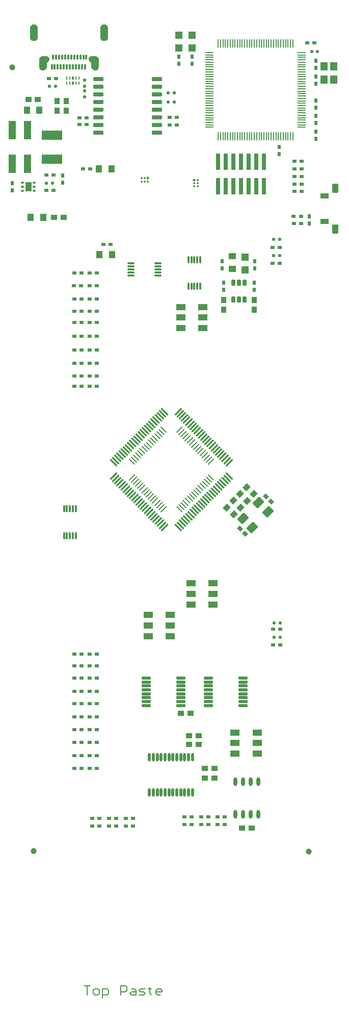
<source format=gtp>
G04*
G04 #@! TF.GenerationSoftware,Altium Limited,Altium Designer,20.1.14 (287)*
G04*
G04 Layer_Color=9021481*
%FSAX25Y25*%
%MOIN*%
G70*
G04*
G04 #@! TF.SameCoordinates,A9E8F4E5-7F2A-47C3-BED5-AE4669AA653D*
G04*
G04*
G04 #@! TF.FilePolarity,Positive*
G04*
G01*
G75*
%ADD19C,0.00800*%
G04:AMPARAMS|DCode=30|XSize=22.24mil|YSize=14.17mil|CornerRadius=1.98mil|HoleSize=0mil|Usage=FLASHONLY|Rotation=270.000|XOffset=0mil|YOffset=0mil|HoleType=Round|Shape=RoundedRectangle|*
%AMROUNDEDRECTD30*
21,1,0.02224,0.01021,0,0,270.0*
21,1,0.01828,0.01417,0,0,270.0*
1,1,0.00397,-0.00510,-0.00914*
1,1,0.00397,-0.00510,0.00914*
1,1,0.00397,0.00510,0.00914*
1,1,0.00397,0.00510,-0.00914*
%
%ADD30ROUNDEDRECTD30*%
G04:AMPARAMS|DCode=31|XSize=39.37mil|YSize=27.56mil|CornerRadius=1.93mil|HoleSize=0mil|Usage=FLASHONLY|Rotation=180.000|XOffset=0mil|YOffset=0mil|HoleType=Round|Shape=RoundedRectangle|*
%AMROUNDEDRECTD31*
21,1,0.03937,0.02370,0,0,180.0*
21,1,0.03551,0.02756,0,0,180.0*
1,1,0.00386,-0.01776,0.01185*
1,1,0.00386,0.01776,0.01185*
1,1,0.00386,0.01776,-0.01185*
1,1,0.00386,-0.01776,-0.01185*
%
%ADD31ROUNDEDRECTD31*%
G04:AMPARAMS|DCode=32|XSize=62.99mil|YSize=49.21mil|CornerRadius=1.97mil|HoleSize=0mil|Usage=FLASHONLY|Rotation=45.000|XOffset=0mil|YOffset=0mil|HoleType=Round|Shape=RoundedRectangle|*
%AMROUNDEDRECTD32*
21,1,0.06299,0.04528,0,0,45.0*
21,1,0.05906,0.04921,0,0,45.0*
1,1,0.00394,0.03689,0.00487*
1,1,0.00394,-0.00487,-0.03689*
1,1,0.00394,-0.03689,-0.00487*
1,1,0.00394,0.00487,0.03689*
%
%ADD32ROUNDEDRECTD32*%
G04:AMPARAMS|DCode=33|XSize=19.68mil|YSize=19.68mil|CornerRadius=1.97mil|HoleSize=0mil|Usage=FLASHONLY|Rotation=180.000|XOffset=0mil|YOffset=0mil|HoleType=Round|Shape=RoundedRectangle|*
%AMROUNDEDRECTD33*
21,1,0.01968,0.01575,0,0,180.0*
21,1,0.01575,0.01968,0,0,180.0*
1,1,0.00394,-0.00787,0.00787*
1,1,0.00394,0.00787,0.00787*
1,1,0.00394,0.00787,-0.00787*
1,1,0.00394,-0.00787,-0.00787*
%
%ADD33ROUNDEDRECTD33*%
%ADD34R,0.02362X0.03150*%
%ADD35R,0.03150X0.02362*%
G04:AMPARAMS|DCode=36|XSize=23.62mil|YSize=31.5mil|CornerRadius=0mil|HoleSize=0mil|Usage=FLASHONLY|Rotation=225.000|XOffset=0mil|YOffset=0mil|HoleType=Round|Shape=Rectangle|*
%AMROTATEDRECTD36*
4,1,4,-0.00278,0.01949,0.01949,-0.00278,0.00278,-0.01949,-0.01949,0.00278,-0.00278,0.01949,0.0*
%
%ADD36ROTATEDRECTD36*%

%ADD37R,0.13386X0.06299*%
G04:AMPARAMS|DCode=38|XSize=19.68mil|YSize=19.68mil|CornerRadius=1.97mil|HoleSize=0mil|Usage=FLASHONLY|Rotation=90.000|XOffset=0mil|YOffset=0mil|HoleType=Round|Shape=RoundedRectangle|*
%AMROUNDEDRECTD38*
21,1,0.01968,0.01575,0,0,90.0*
21,1,0.01575,0.01968,0,0,90.0*
1,1,0.00394,0.00787,0.00787*
1,1,0.00394,0.00787,-0.00787*
1,1,0.00394,-0.00787,-0.00787*
1,1,0.00394,-0.00787,0.00787*
%
%ADD38ROUNDEDRECTD38*%
%ADD39C,0.03937*%
G04:AMPARAMS|DCode=40|XSize=29.13mil|YSize=109.84mil|CornerRadius=2.04mil|HoleSize=0mil|Usage=FLASHONLY|Rotation=0.000|XOffset=0mil|YOffset=0mil|HoleType=Round|Shape=RoundedRectangle|*
%AMROUNDEDRECTD40*
21,1,0.02913,0.10576,0,0,0.0*
21,1,0.02506,0.10984,0,0,0.0*
1,1,0.00408,0.01253,-0.05288*
1,1,0.00408,-0.01253,-0.05288*
1,1,0.00408,-0.01253,0.05288*
1,1,0.00408,0.01253,0.05288*
%
%ADD40ROUNDEDRECTD40*%
%ADD41R,0.05000X0.12000*%
%ADD42R,0.04331X0.04724*%
%ADD43R,0.04724X0.04724*%
%ADD44R,0.04724X0.04331*%
%ADD45R,0.03937X0.03740*%
G04:AMPARAMS|DCode=46|XSize=37.4mil|YSize=39.37mil|CornerRadius=0mil|HoleSize=0mil|Usage=FLASHONLY|Rotation=135.000|XOffset=0mil|YOffset=0mil|HoleType=Round|Shape=Rectangle|*
%AMROTATEDRECTD46*
4,1,4,0.02714,0.00070,-0.00070,-0.02714,-0.02714,-0.00070,0.00070,0.02714,0.02714,0.00070,0.0*
%
%ADD46ROTATEDRECTD46*%

%ADD47R,0.03740X0.03937*%
G04:AMPARAMS|DCode=48|XSize=57.09mil|YSize=39.37mil|CornerRadius=1.97mil|HoleSize=0mil|Usage=FLASHONLY|Rotation=270.000|XOffset=0mil|YOffset=0mil|HoleType=Round|Shape=RoundedRectangle|*
%AMROUNDEDRECTD48*
21,1,0.05709,0.03543,0,0,270.0*
21,1,0.05315,0.03937,0,0,270.0*
1,1,0.00394,-0.01772,-0.02657*
1,1,0.00394,-0.01772,0.02657*
1,1,0.00394,0.01772,0.02657*
1,1,0.00394,0.01772,-0.02657*
%
%ADD48ROUNDEDRECTD48*%
G04:AMPARAMS|DCode=49|XSize=35.43mil|YSize=51.18mil|CornerRadius=1.95mil|HoleSize=0mil|Usage=FLASHONLY|Rotation=270.000|XOffset=0mil|YOffset=0mil|HoleType=Round|Shape=RoundedRectangle|*
%AMROUNDEDRECTD49*
21,1,0.03543,0.04728,0,0,270.0*
21,1,0.03154,0.05118,0,0,270.0*
1,1,0.00390,-0.02364,-0.01577*
1,1,0.00390,-0.02364,0.01577*
1,1,0.00390,0.02364,0.01577*
1,1,0.00390,0.02364,-0.01577*
%
%ADD49ROUNDEDRECTD49*%
%ADD50R,0.06299X0.03937*%
%ADD51R,0.06299X0.03937*%
G04:AMPARAMS|DCode=52|XSize=11.81mil|YSize=62.99mil|CornerRadius=1.95mil|HoleSize=0mil|Usage=FLASHONLY|Rotation=315.000|XOffset=0mil|YOffset=0mil|HoleType=Round|Shape=RoundedRectangle|*
%AMROUNDEDRECTD52*
21,1,0.01181,0.05909,0,0,315.0*
21,1,0.00791,0.06299,0,0,315.0*
1,1,0.00390,-0.01810,-0.02369*
1,1,0.00390,-0.02369,-0.01810*
1,1,0.00390,0.01810,0.02369*
1,1,0.00390,0.02369,0.01810*
%
%ADD52ROUNDEDRECTD52*%
G04:AMPARAMS|DCode=53|XSize=62.99mil|YSize=11.81mil|CornerRadius=1.95mil|HoleSize=0mil|Usage=FLASHONLY|Rotation=315.000|XOffset=0mil|YOffset=0mil|HoleType=Round|Shape=RoundedRectangle|*
%AMROUNDEDRECTD53*
21,1,0.06299,0.00791,0,0,315.0*
21,1,0.05909,0.01181,0,0,315.0*
1,1,0.00390,0.01810,-0.02369*
1,1,0.00390,-0.02369,0.01810*
1,1,0.00390,-0.01810,0.02369*
1,1,0.00390,0.02369,-0.01810*
%
%ADD53ROUNDEDRECTD53*%
%ADD54O,0.05512X0.00787*%
%ADD55O,0.00787X0.05512*%
G04:AMPARAMS|DCode=56|XSize=64.96mil|YSize=23.62mil|CornerRadius=2.01mil|HoleSize=0mil|Usage=FLASHONLY|Rotation=0.000|XOffset=0mil|YOffset=0mil|HoleType=Round|Shape=RoundedRectangle|*
%AMROUNDEDRECTD56*
21,1,0.06496,0.01961,0,0,0.0*
21,1,0.06095,0.02362,0,0,0.0*
1,1,0.00402,0.03047,-0.00980*
1,1,0.00402,-0.03047,-0.00980*
1,1,0.00402,-0.03047,0.00980*
1,1,0.00402,0.03047,0.00980*
%
%ADD56ROUNDEDRECTD56*%
G04:AMPARAMS|DCode=57|XSize=11.81mil|YSize=15.75mil|CornerRadius=3.96mil|HoleSize=0mil|Usage=FLASHONLY|Rotation=0.000|XOffset=0mil|YOffset=0mil|HoleType=Round|Shape=RoundedRectangle|*
%AMROUNDEDRECTD57*
21,1,0.01181,0.00784,0,0,0.0*
21,1,0.00390,0.01575,0,0,0.0*
1,1,0.00791,0.00195,-0.00392*
1,1,0.00791,-0.00195,-0.00392*
1,1,0.00791,-0.00195,0.00392*
1,1,0.00791,0.00195,0.00392*
%
%ADD57ROUNDEDRECTD57*%
G04:AMPARAMS|DCode=58|XSize=11.81mil|YSize=17.72mil|CornerRadius=3.96mil|HoleSize=0mil|Usage=FLASHONLY|Rotation=0.000|XOffset=0mil|YOffset=0mil|HoleType=Round|Shape=RoundedRectangle|*
%AMROUNDEDRECTD58*
21,1,0.01181,0.00980,0,0,0.0*
21,1,0.00390,0.01772,0,0,0.0*
1,1,0.00791,0.00195,-0.00490*
1,1,0.00791,-0.00195,-0.00490*
1,1,0.00791,-0.00195,0.00490*
1,1,0.00791,0.00195,0.00490*
%
%ADD58ROUNDEDRECTD58*%
G04:AMPARAMS|DCode=59|XSize=11.81mil|YSize=17.72mil|CornerRadius=3.96mil|HoleSize=0mil|Usage=FLASHONLY|Rotation=90.000|XOffset=0mil|YOffset=0mil|HoleType=Round|Shape=RoundedRectangle|*
%AMROUNDEDRECTD59*
21,1,0.01181,0.00980,0,0,90.0*
21,1,0.00390,0.01772,0,0,90.0*
1,1,0.00791,0.00490,0.00195*
1,1,0.00791,0.00490,-0.00195*
1,1,0.00791,-0.00490,-0.00195*
1,1,0.00791,-0.00490,0.00195*
%
%ADD59ROUNDEDRECTD59*%
G04:AMPARAMS|DCode=60|XSize=11.81mil|YSize=15.75mil|CornerRadius=3.96mil|HoleSize=0mil|Usage=FLASHONLY|Rotation=90.000|XOffset=0mil|YOffset=0mil|HoleType=Round|Shape=RoundedRectangle|*
%AMROUNDEDRECTD60*
21,1,0.01181,0.00784,0,0,90.0*
21,1,0.00390,0.01575,0,0,90.0*
1,1,0.00791,0.00392,0.00195*
1,1,0.00791,0.00392,-0.00195*
1,1,0.00791,-0.00392,-0.00195*
1,1,0.00791,-0.00392,0.00195*
%
%ADD60ROUNDEDRECTD60*%
%ADD61O,0.05315X0.01181*%
G04:AMPARAMS|DCode=62|XSize=23.62mil|YSize=39.37mil|CornerRadius=2.01mil|HoleSize=0mil|Usage=FLASHONLY|Rotation=180.000|XOffset=0mil|YOffset=0mil|HoleType=Round|Shape=RoundedRectangle|*
%AMROUNDEDRECTD62*
21,1,0.02362,0.03535,0,0,180.0*
21,1,0.01961,0.03937,0,0,180.0*
1,1,0.00402,-0.00980,0.01768*
1,1,0.00402,0.00980,0.01768*
1,1,0.00402,0.00980,-0.01768*
1,1,0.00402,-0.00980,-0.01768*
%
%ADD62ROUNDEDRECTD62*%
%ADD63O,0.01181X0.05315*%
G04:AMPARAMS|DCode=64|XSize=59.06mil|YSize=17.72mil|CornerRadius=1.95mil|HoleSize=0mil|Usage=FLASHONLY|Rotation=180.000|XOffset=0mil|YOffset=0mil|HoleType=Round|Shape=RoundedRectangle|*
%AMROUNDEDRECTD64*
21,1,0.05906,0.01382,0,0,180.0*
21,1,0.05516,0.01772,0,0,180.0*
1,1,0.00390,-0.02758,0.00691*
1,1,0.00390,0.02758,0.00691*
1,1,0.00390,0.02758,-0.00691*
1,1,0.00390,-0.02758,-0.00691*
%
%ADD64ROUNDEDRECTD64*%
%ADD65O,0.01772X0.05512*%
%ADD66O,0.02362X0.05709*%
G04:AMPARAMS|DCode=67|XSize=7.87mil|YSize=22.24mil|CornerRadius=1.97mil|HoleSize=0mil|Usage=FLASHONLY|Rotation=180.000|XOffset=0mil|YOffset=0mil|HoleType=Round|Shape=RoundedRectangle|*
%AMROUNDEDRECTD67*
21,1,0.00787,0.01831,0,0,180.0*
21,1,0.00394,0.02224,0,0,180.0*
1,1,0.00394,-0.00197,0.00915*
1,1,0.00394,0.00197,0.00915*
1,1,0.00394,0.00197,-0.00915*
1,1,0.00394,-0.00197,-0.00915*
%
%ADD67ROUNDEDRECTD67*%
G04:AMPARAMS|DCode=68|XSize=15.75mil|YSize=22.24mil|CornerRadius=1.97mil|HoleSize=0mil|Usage=FLASHONLY|Rotation=180.000|XOffset=0mil|YOffset=0mil|HoleType=Round|Shape=RoundedRectangle|*
%AMROUNDEDRECTD68*
21,1,0.01575,0.01831,0,0,180.0*
21,1,0.01181,0.02224,0,0,180.0*
1,1,0.00394,-0.00591,0.00915*
1,1,0.00394,0.00591,0.00915*
1,1,0.00394,0.00591,-0.00915*
1,1,0.00394,-0.00591,-0.00915*
%
%ADD68ROUNDEDRECTD68*%
G04:AMPARAMS|DCode=69|XSize=8.37mil|YSize=53.36mil|CornerRadius=4.18mil|HoleSize=0mil|Usage=FLASHONLY|Rotation=315.000|XOffset=0mil|YOffset=0mil|HoleType=Round|Shape=RoundedRectangle|*
%AMROUNDEDRECTD69*
21,1,0.00837,0.04499,0,0,315.0*
21,1,0.00000,0.05336,0,0,315.0*
1,1,0.00837,-0.01591,-0.01591*
1,1,0.00837,-0.01591,-0.01591*
1,1,0.00837,0.01591,0.01591*
1,1,0.00837,0.01591,0.01591*
%
%ADD69ROUNDEDRECTD69*%
G04:AMPARAMS|DCode=70|XSize=53.36mil|YSize=8.37mil|CornerRadius=4.18mil|HoleSize=0mil|Usage=FLASHONLY|Rotation=315.000|XOffset=0mil|YOffset=0mil|HoleType=Round|Shape=RoundedRectangle|*
%AMROUNDEDRECTD70*
21,1,0.05336,0.00000,0,0,315.0*
21,1,0.04499,0.00837,0,0,315.0*
1,1,0.00837,0.01591,-0.01591*
1,1,0.00837,-0.01591,0.01591*
1,1,0.00837,-0.01591,0.01591*
1,1,0.00837,0.01591,-0.01591*
%
%ADD70ROUNDEDRECTD70*%
G04:AMPARAMS|DCode=71|XSize=53.36mil|YSize=8.37mil|CornerRadius=1.97mil|HoleSize=0mil|Usage=FLASHONLY|Rotation=315.000|XOffset=0mil|YOffset=0mil|HoleType=Round|Shape=RoundedRectangle|*
%AMROUNDEDRECTD71*
21,1,0.05336,0.00443,0,0,315.0*
21,1,0.04942,0.00837,0,0,315.0*
1,1,0.00393,0.01591,-0.01904*
1,1,0.00393,-0.01904,0.01591*
1,1,0.00393,-0.01591,0.01904*
1,1,0.00393,0.01904,-0.01591*
%
%ADD71ROUNDEDRECTD71*%
G04:AMPARAMS|DCode=72|XSize=39.37mil|YSize=62.99mil|CornerRadius=1.97mil|HoleSize=0mil|Usage=FLASHONLY|Rotation=180.000|XOffset=0mil|YOffset=0mil|HoleType=Round|Shape=RoundedRectangle|*
%AMROUNDEDRECTD72*
21,1,0.03937,0.05906,0,0,180.0*
21,1,0.03543,0.06299,0,0,180.0*
1,1,0.00394,-0.01772,0.02953*
1,1,0.00394,0.01772,0.02953*
1,1,0.00394,0.01772,-0.02953*
1,1,0.00394,-0.01772,-0.02953*
%
%ADD72ROUNDEDRECTD72*%
G04:AMPARAMS|DCode=73|XSize=11.81mil|YSize=17.72mil|CornerRadius=1.95mil|HoleSize=0mil|Usage=FLASHONLY|Rotation=270.000|XOffset=0mil|YOffset=0mil|HoleType=Round|Shape=RoundedRectangle|*
%AMROUNDEDRECTD73*
21,1,0.01181,0.01382,0,0,270.0*
21,1,0.00791,0.01772,0,0,270.0*
1,1,0.00390,-0.00691,-0.00396*
1,1,0.00390,-0.00691,0.00396*
1,1,0.00390,0.00691,0.00396*
1,1,0.00390,0.00691,-0.00396*
%
%ADD73ROUNDEDRECTD73*%
%ADD74C,0.04750*%
%ADD75C,0.04606*%
G04:AMPARAMS|DCode=76|XSize=10.63mil|YSize=35.43mil|CornerRadius=1.97mil|HoleSize=0mil|Usage=FLASHONLY|Rotation=180.000|XOffset=0mil|YOffset=0mil|HoleType=Round|Shape=RoundedRectangle|*
%AMROUNDEDRECTD76*
21,1,0.01063,0.03150,0,0,180.0*
21,1,0.00670,0.03543,0,0,180.0*
1,1,0.00393,-0.00335,0.01575*
1,1,0.00393,0.00335,0.01575*
1,1,0.00393,0.00335,-0.01575*
1,1,0.00393,-0.00335,-0.01575*
%
%ADD76ROUNDEDRECTD76*%
G04:AMPARAMS|DCode=77|XSize=10.63mil|YSize=31.5mil|CornerRadius=1.97mil|HoleSize=0mil|Usage=FLASHONLY|Rotation=180.000|XOffset=0mil|YOffset=0mil|HoleType=Round|Shape=RoundedRectangle|*
%AMROUNDEDRECTD77*
21,1,0.01063,0.02756,0,0,180.0*
21,1,0.00670,0.03150,0,0,180.0*
1,1,0.00393,-0.00335,0.01378*
1,1,0.00393,0.00335,0.01378*
1,1,0.00393,0.00335,-0.01378*
1,1,0.00393,-0.00335,-0.01378*
%
%ADD77ROUNDEDRECTD77*%
%ADD78R,0.04724X0.05512*%
G36*
X0140460Y0701310D02*
X0140943Y0701272D01*
X0141815Y0700850D01*
X0142472Y0700138D01*
X0142824Y0699235D01*
X0142822Y0698751D01*
Y0692451D01*
Y0692060D01*
X0142522Y0691336D01*
X0141969Y0690782D01*
X0141245Y0690483D01*
X0140854Y0690483D01*
X0139672D01*
X0139672Y0690483D01*
X0139281Y0690483D01*
X0138557Y0690782D01*
X0138004Y0691336D01*
X0137704Y0692060D01*
X0137704Y0692451D01*
X0137704Y0698750D01*
X0137704D01*
X0137703Y0699016D01*
X0137810Y0699535D01*
X0138021Y0700021D01*
X0138328Y0700453D01*
X0138716Y0700814D01*
X0139170Y0701087D01*
X0139670Y0701262D01*
X0140196Y0701330D01*
X0140460Y0701310D01*
D02*
G37*
G36*
X0094793Y0701262D02*
X0095293Y0701087D01*
X0095747Y0700814D01*
X0096135Y0700453D01*
X0096442Y0700021D01*
X0096653Y0699535D01*
X0096760Y0699016D01*
X0096759Y0698750D01*
X0096759Y0692451D01*
X0096759Y0692060D01*
X0096459Y0691336D01*
X0095906Y0690782D01*
X0095182Y0690483D01*
X0094791Y0690483D01*
Y0690483D01*
X0093609D01*
X0093218Y0690483D01*
X0092494Y0690782D01*
X0091941Y0691336D01*
X0091641Y0692060D01*
Y0692451D01*
X0091641D01*
X0091641Y0698751D01*
X0091640Y0699235D01*
X0091991Y0700138D01*
X0092648Y0700850D01*
X0093520Y0701272D01*
X0094003Y0701310D01*
X0094267Y0701330D01*
X0094793Y0701262D01*
D02*
G37*
G36*
X0135577Y0680285D02*
X0136242Y0679620D01*
X0136602Y0678752D01*
X0136601Y0678282D01*
X0136602Y0673558D01*
X0136601Y0673558D01*
X0136602Y0673088D01*
X0136242Y0672220D01*
X0135577Y0671555D01*
X0134709Y0671196D01*
X0134239Y0671195D01*
X0133770Y0671195D01*
X0132901Y0671555D01*
X0132237Y0672220D01*
X0131877Y0673088D01*
X0131877Y0673558D01*
X0131877Y0676314D01*
X0131499Y0676383D01*
X0130838Y0676774D01*
X0130351Y0677369D01*
X0130099Y0678095D01*
X0130105Y0678479D01*
X0130105Y0678910D01*
X0130435Y0679705D01*
X0131044Y0680315D01*
X0131840Y0680644D01*
X0132271Y0680644D01*
X0134239D01*
X0134709Y0680644D01*
X0135577Y0680285D01*
D02*
G37*
G36*
X0103419Y0680315D02*
X0104028Y0679705D01*
X0104358Y0678910D01*
X0104358Y0678479D01*
X0104364Y0678095D01*
X0104112Y0677369D01*
X0103625Y0676774D01*
X0102964Y0676383D01*
X0102586Y0676314D01*
Y0676314D01*
X0102586D01*
Y0673558D01*
X0102586Y0673088D01*
X0102226Y0672220D01*
X0101562Y0671555D01*
X0100694Y0671195D01*
X0100224Y0671195D01*
X0099754D01*
X0098886Y0671555D01*
X0098221Y0672220D01*
X0097861Y0673088D01*
X0097861Y0673558D01*
X0097861Y0678282D01*
X0097861Y0678752D01*
X0098221Y0679620D01*
X0098886Y0680285D01*
X0099754Y0680644D01*
X0100224Y0680644D01*
X0102192D01*
X0102623Y0680644D01*
X0103419Y0680315D01*
D02*
G37*
G36*
X0190573Y0450710D02*
X0190601Y0450682D01*
X0190601Y0450682D01*
X0191019Y0450265D01*
X0191046Y0450237D01*
X0191076Y0450164D01*
Y0450086D01*
X0191046Y0450014D01*
X0191019Y0449986D01*
X0186982Y0445949D01*
X0186954Y0445922D01*
X0186882Y0445892D01*
X0186804D01*
X0186731Y0445922D01*
X0186704Y0445949D01*
X0186704D01*
X0186286Y0446367D01*
X0186258Y0446395D01*
X0186228Y0446467D01*
Y0446545D01*
X0186258Y0446618D01*
X0186286Y0446645D01*
X0186286D01*
X0190323Y0450682D01*
X0190350Y0450710D01*
X0190423Y0450740D01*
X0190501D01*
X0190573Y0450710D01*
D02*
G37*
G36*
X0178046D02*
X0178074Y0450682D01*
Y0450682D01*
X0182110Y0446645D01*
X0182138Y0446618D01*
X0182168Y0446545D01*
Y0446467D01*
X0182138Y0446395D01*
X0182110Y0446367D01*
X0181693Y0445949D01*
X0181665Y0445922D01*
X0181593Y0445892D01*
X0181514D01*
X0181442Y0445922D01*
X0181414Y0445949D01*
X0177378Y0449986D01*
X0177350Y0450014D01*
X0177320Y0450086D01*
Y0450164D01*
X0177350Y0450237D01*
X0177378Y0450265D01*
X0177795Y0450682D01*
X0177823Y0450710D01*
X0177895Y0450740D01*
X0177974D01*
X0178046Y0450710D01*
D02*
G37*
G36*
X0194749Y0446534D02*
X0194777Y0446506D01*
Y0446506D01*
X0195194Y0446089D01*
X0195222Y0446061D01*
X0195252Y0445989D01*
Y0445910D01*
X0195222Y0445838D01*
X0195194Y0445810D01*
Y0445810D01*
X0191158Y0441774D01*
X0191130Y0441746D01*
X0191058Y0441716D01*
X0190980D01*
X0190907Y0441746D01*
X0190879Y0441774D01*
Y0441774D01*
X0190462Y0442191D01*
X0190434Y0442219D01*
X0190404Y0442291D01*
Y0442370D01*
X0190434Y0442442D01*
X0190462Y0442470D01*
Y0442470D01*
X0194499Y0446506D01*
X0194526Y0446534D01*
X0194599Y0446564D01*
X0194677D01*
X0194749Y0446534D01*
D02*
G37*
G36*
X0176654Y0449318D02*
X0176682Y0449290D01*
Y0449290D01*
X0180718Y0445254D01*
X0180746Y0445226D01*
X0180776Y0445153D01*
Y0445075D01*
X0180746Y0445003D01*
X0180718Y0444975D01*
Y0444975D01*
X0180301Y0444558D01*
X0180273Y0444530D01*
X0180201Y0444500D01*
X0180122D01*
X0180050Y0444530D01*
X0180022Y0444558D01*
X0175986Y0448594D01*
X0175958Y0448622D01*
X0175928Y0448694D01*
Y0448772D01*
X0175958Y0448845D01*
X0175986Y0448873D01*
X0176403Y0449290D01*
X0176431Y0449318D01*
X0176503Y0449348D01*
X0176582D01*
X0176654Y0449318D01*
D02*
G37*
G36*
X0191965D02*
X0191993Y0449290D01*
X0191993Y0449290D01*
X0192411Y0448873D01*
X0192438Y0448845D01*
X0192468Y0448772D01*
Y0448694D01*
X0192438Y0448622D01*
X0192411Y0448594D01*
X0188374Y0444558D01*
X0188346Y0444530D01*
X0188274Y0444500D01*
X0188196D01*
X0188123Y0444530D01*
X0188096Y0444558D01*
X0188096D01*
X0187678Y0444975D01*
X0187650Y0445003D01*
X0187620Y0445075D01*
Y0445153D01*
X0187650Y0445226D01*
X0187678Y0445254D01*
X0187678D01*
X0191715Y0449290D01*
X0191742Y0449318D01*
X0191815Y0449348D01*
X0191893D01*
X0191965Y0449318D01*
D02*
G37*
G36*
X0196141Y0445142D02*
X0196169Y0445114D01*
X0196586Y0444697D01*
X0196614Y0444669D01*
X0196644Y0444597D01*
Y0444518D01*
X0196614Y0444446D01*
X0196586Y0444418D01*
Y0444418D01*
X0192550Y0440382D01*
X0192522Y0440354D01*
X0192450Y0440324D01*
X0192371D01*
X0192299Y0440354D01*
X0192271Y0440382D01*
Y0440382D01*
X0191854Y0440799D01*
X0191826Y0440827D01*
X0191796Y0440899D01*
Y0440978D01*
X0191826Y0441050D01*
X0191854Y0441078D01*
Y0441078D01*
X0195890Y0445114D01*
X0195918Y0445142D01*
X0195991Y0445172D01*
X0196069D01*
X0196141Y0445142D01*
D02*
G37*
G36*
X0193357Y0447926D02*
X0193385Y0447898D01*
Y0447898D01*
X0193803Y0447481D01*
X0193830Y0447453D01*
X0193860Y0447380D01*
Y0447302D01*
X0193830Y0447230D01*
X0193803Y0447202D01*
X0189766Y0443166D01*
X0189738Y0443138D01*
X0189666Y0443108D01*
X0189588D01*
X0189515Y0443138D01*
X0189488Y0443166D01*
Y0443166D01*
X0189070Y0443583D01*
X0189042Y0443611D01*
X0189012Y0443683D01*
Y0443761D01*
X0189042Y0443834D01*
X0189070Y0443861D01*
Y0443861D01*
X0193107Y0447898D01*
X0193134Y0447926D01*
X0193207Y0447956D01*
X0193285D01*
X0193357Y0447926D01*
D02*
G37*
G36*
X0175262D02*
X0175290Y0447898D01*
X0175290Y0447898D01*
X0179326Y0443861D01*
X0179354Y0443834D01*
X0179384Y0443761D01*
Y0443683D01*
X0179354Y0443611D01*
X0179326Y0443583D01*
X0178909Y0443166D01*
X0178881Y0443138D01*
X0178809Y0443108D01*
X0178730D01*
X0178658Y0443138D01*
X0178630Y0443166D01*
X0178630Y0443166D01*
X0174594Y0447202D01*
X0174566Y0447230D01*
X0174536Y0447302D01*
Y0447380D01*
X0174566Y0447453D01*
X0174594Y0447481D01*
Y0447481D01*
X0175011Y0447898D01*
X0175039Y0447926D01*
X0175111Y0447956D01*
X0175190D01*
X0175262Y0447926D01*
D02*
G37*
G36*
X0173870Y0446534D02*
X0173898Y0446506D01*
X0173898Y0446506D01*
X0177934Y0442470D01*
X0177962Y0442442D01*
X0177992Y0442370D01*
Y0442291D01*
X0177962Y0442219D01*
X0177934Y0442191D01*
X0177517Y0441774D01*
X0177489Y0441746D01*
X0177417Y0441716D01*
X0177339D01*
X0177266Y0441746D01*
X0177238Y0441774D01*
X0177239Y0441774D01*
X0173202Y0445810D01*
X0173174Y0445838D01*
X0173144Y0445910D01*
Y0445989D01*
X0173174Y0446061D01*
X0173202Y0446089D01*
X0173202Y0446089D01*
X0173619Y0446506D01*
X0173647Y0446534D01*
X0173719Y0446564D01*
X0173798D01*
X0173870Y0446534D01*
D02*
G37*
G36*
X0172478Y0445142D02*
X0172506Y0445114D01*
X0172506D01*
X0176542Y0441078D01*
X0176570Y0441050D01*
X0176600Y0440978D01*
Y0440899D01*
X0176570Y0440827D01*
X0176542Y0440799D01*
X0176125Y0440382D01*
X0176097Y0440354D01*
X0176025Y0440324D01*
X0175947D01*
X0175874Y0440354D01*
X0175847Y0440382D01*
X0175847Y0440382D01*
X0171810Y0444418D01*
X0171782Y0444446D01*
X0171752Y0444518D01*
Y0444597D01*
X0171782Y0444669D01*
X0171810Y0444697D01*
X0171810Y0444697D01*
X0172228Y0445114D01*
X0172255Y0445142D01*
X0172327Y0445172D01*
X0172406D01*
X0172478Y0445142D01*
D02*
G37*
G36*
X0197533Y0443750D02*
X0197561Y0443722D01*
X0197978Y0443305D01*
X0198006Y0443277D01*
X0198036Y0443205D01*
Y0443126D01*
X0198006Y0443054D01*
X0197978Y0443026D01*
X0193942Y0438990D01*
X0193914Y0438962D01*
X0193842Y0438932D01*
X0193763D01*
X0193691Y0438962D01*
X0193663Y0438990D01*
Y0438990D01*
X0193246Y0439407D01*
X0193218Y0439435D01*
X0193188Y0439507D01*
Y0439586D01*
X0193218Y0439658D01*
X0193246Y0439686D01*
X0193246D01*
X0197282Y0443722D01*
X0197310Y0443750D01*
X0197382Y0443780D01*
X0197461D01*
X0197533Y0443750D01*
D02*
G37*
G36*
X0171086D02*
X0171114Y0443722D01*
X0171114D01*
X0175151Y0439686D01*
X0175178Y0439658D01*
X0175208Y0439586D01*
Y0439507D01*
X0175178Y0439435D01*
X0175151Y0439407D01*
X0174733Y0438990D01*
X0174705Y0438962D01*
X0174633Y0438932D01*
X0174555D01*
X0174482Y0438962D01*
X0174455Y0438990D01*
X0174455Y0438990D01*
X0170418Y0443026D01*
X0170390Y0443054D01*
X0170360Y0443126D01*
Y0443205D01*
X0170390Y0443277D01*
X0170418Y0443305D01*
X0170418D01*
X0170835Y0443722D01*
X0170863Y0443750D01*
X0170935Y0443780D01*
X0171014D01*
X0171086Y0443750D01*
D02*
G37*
G36*
X0198925Y0442358D02*
X0198953Y0442330D01*
X0199370Y0441913D01*
X0199398Y0441885D01*
X0199428Y0441813D01*
Y0441735D01*
X0199398Y0441662D01*
X0199370Y0441634D01*
X0195334Y0437598D01*
X0195306Y0437570D01*
X0195234Y0437540D01*
X0195155D01*
X0195083Y0437570D01*
X0195055Y0437598D01*
X0195055Y0437598D01*
X0194638Y0438015D01*
X0194610Y0438043D01*
X0194580Y0438115D01*
Y0438194D01*
X0194610Y0438266D01*
X0194638Y0438294D01*
X0194638D01*
X0198674Y0442330D01*
X0198702Y0442358D01*
X0198774Y0442388D01*
X0198853D01*
X0198925Y0442358D01*
D02*
G37*
G36*
X0169694D02*
X0169722Y0442330D01*
X0169722D01*
X0173759Y0438294D01*
X0173786Y0438266D01*
X0173816Y0438194D01*
Y0438115D01*
X0173786Y0438043D01*
X0173759Y0438015D01*
X0173341Y0437598D01*
X0173313Y0437570D01*
X0173241Y0437540D01*
X0173163D01*
X0173090Y0437570D01*
X0173063Y0437598D01*
Y0437598D01*
X0169026Y0441634D01*
X0168998Y0441662D01*
X0168968Y0441735D01*
Y0441813D01*
X0168998Y0441885D01*
X0169026Y0441913D01*
X0169026D01*
X0169444Y0442330D01*
X0169471Y0442358D01*
X0169544Y0442388D01*
X0169622D01*
X0169694Y0442358D01*
D02*
G37*
G36*
X0200317Y0440966D02*
X0200345Y0440939D01*
X0200345D01*
X0200762Y0440521D01*
X0200790Y0440493D01*
X0200820Y0440421D01*
Y0440343D01*
X0200790Y0440270D01*
X0200762Y0440242D01*
X0196726Y0436206D01*
X0196698Y0436178D01*
X0196626Y0436148D01*
X0196547D01*
X0196475Y0436178D01*
X0196447Y0436206D01*
X0196447D01*
X0196030Y0436623D01*
X0196002Y0436651D01*
X0195972Y0436724D01*
Y0436802D01*
X0196002Y0436874D01*
X0196030Y0436902D01*
X0196030D01*
X0200066Y0440939D01*
X0200094Y0440966D01*
X0200166Y0440996D01*
X0200245D01*
X0200317Y0440966D01*
D02*
G37*
G36*
X0168302D02*
X0168330Y0440939D01*
X0172367Y0436902D01*
X0172394Y0436874D01*
X0172424Y0436802D01*
Y0436724D01*
X0172394Y0436651D01*
X0172367Y0436623D01*
X0171949Y0436206D01*
X0171921Y0436178D01*
X0171849Y0436148D01*
X0171771D01*
X0171698Y0436178D01*
X0171671Y0436206D01*
X0167634Y0440242D01*
X0167606Y0440270D01*
X0167576Y0440343D01*
Y0440421D01*
X0167606Y0440493D01*
X0167634Y0440521D01*
X0168052Y0440939D01*
X0168079Y0440966D01*
X0168152Y0440996D01*
X0168230D01*
X0168302Y0440966D01*
D02*
G37*
G36*
X0204493Y0436790D02*
X0204521Y0436763D01*
X0204938Y0436345D01*
X0204966Y0436317D01*
X0204996Y0436245D01*
Y0436167D01*
X0204966Y0436094D01*
X0204938Y0436067D01*
Y0436067D01*
X0200902Y0432030D01*
X0200874Y0432002D01*
X0200801Y0431972D01*
X0200723D01*
X0200651Y0432002D01*
X0200623Y0432030D01*
Y0432030D01*
X0200205Y0432448D01*
X0200178Y0432475D01*
X0200148Y0432548D01*
Y0432626D01*
X0200178Y0432698D01*
X0200205Y0432726D01*
Y0432726D01*
X0204242Y0436763D01*
X0204270Y0436790D01*
X0204342Y0436820D01*
X0204420D01*
X0204493Y0436790D01*
D02*
G37*
G36*
X0166910Y0439574D02*
X0166938Y0439546D01*
Y0439546D01*
X0170975Y0435510D01*
X0171002Y0435482D01*
X0171032Y0435410D01*
Y0435331D01*
X0171002Y0435259D01*
X0170975Y0435231D01*
Y0435231D01*
X0170557Y0434814D01*
X0170529Y0434786D01*
X0170457Y0434756D01*
X0170379D01*
X0170306Y0434786D01*
X0170279Y0434814D01*
X0166242Y0438850D01*
X0166214Y0438878D01*
X0166184Y0438951D01*
Y0439029D01*
X0166214Y0439101D01*
X0166242Y0439129D01*
X0166660Y0439546D01*
X0166687Y0439574D01*
X0166760Y0439604D01*
X0166838D01*
X0166910Y0439574D01*
D02*
G37*
G36*
X0201709D02*
X0201737Y0439546D01*
X0201737Y0439546D01*
X0202154Y0439129D01*
X0202182Y0439101D01*
X0202212Y0439029D01*
Y0438951D01*
X0202182Y0438878D01*
X0202154Y0438850D01*
X0198118Y0434814D01*
X0198090Y0434786D01*
X0198018Y0434756D01*
X0197939D01*
X0197867Y0434786D01*
X0197839Y0434814D01*
X0197839D01*
X0197422Y0435231D01*
X0197394Y0435259D01*
X0197364Y0435331D01*
Y0435410D01*
X0197394Y0435482D01*
X0197422Y0435510D01*
X0197422D01*
X0201458Y0439546D01*
X0201486Y0439574D01*
X0201558Y0439604D01*
X0201637D01*
X0201709Y0439574D01*
D02*
G37*
G36*
X0205885Y0435398D02*
X0205912Y0435371D01*
X0206330Y0434953D01*
X0206358Y0434925D01*
X0206388Y0434853D01*
Y0434775D01*
X0206358Y0434702D01*
X0206330Y0434675D01*
Y0434675D01*
X0202293Y0430638D01*
X0202266Y0430610D01*
X0202193Y0430580D01*
X0202115D01*
X0202043Y0430610D01*
X0202015Y0430638D01*
Y0430638D01*
X0201597Y0431056D01*
X0201570Y0431083D01*
X0201540Y0431156D01*
Y0431234D01*
X0201570Y0431306D01*
X0201597Y0431334D01*
Y0431334D01*
X0205634Y0435371D01*
X0205662Y0435398D01*
X0205734Y0435428D01*
X0205812D01*
X0205885Y0435398D01*
D02*
G37*
G36*
X0165518Y0438182D02*
X0165546Y0438155D01*
Y0438155D01*
X0169583Y0434118D01*
X0169611Y0434090D01*
X0169640Y0434018D01*
Y0433940D01*
X0169611Y0433867D01*
X0169583Y0433840D01*
Y0433840D01*
X0169165Y0433422D01*
X0169138Y0433394D01*
X0169065Y0433364D01*
X0168987D01*
X0168914Y0433394D01*
X0168887Y0433422D01*
X0168887D01*
X0164850Y0437459D01*
X0164822Y0437486D01*
X0164793Y0437559D01*
Y0437637D01*
X0164822Y0437709D01*
X0164850Y0437737D01*
X0165268Y0438155D01*
X0165295Y0438182D01*
X0165368Y0438212D01*
X0165446D01*
X0165518Y0438182D01*
D02*
G37*
G36*
X0203101D02*
X0203129Y0438155D01*
X0203129Y0438155D01*
X0203546Y0437737D01*
X0203574Y0437709D01*
X0203604Y0437637D01*
Y0437559D01*
X0203574Y0437486D01*
X0203546Y0437459D01*
X0199510Y0433422D01*
X0199482Y0433394D01*
X0199409Y0433364D01*
X0199331D01*
X0199259Y0433394D01*
X0199231Y0433422D01*
X0199231D01*
X0198814Y0433840D01*
X0198786Y0433867D01*
X0198756Y0433940D01*
Y0434018D01*
X0198786Y0434090D01*
X0198814Y0434118D01*
X0198814D01*
X0202850Y0438155D01*
X0202878Y0438182D01*
X0202950Y0438212D01*
X0203028D01*
X0203101Y0438182D01*
D02*
G37*
G36*
X0164127Y0436790D02*
X0164154Y0436763D01*
X0164154D01*
X0168191Y0432726D01*
X0168219Y0432698D01*
X0168248Y0432626D01*
Y0432548D01*
X0168219Y0432475D01*
X0168191Y0432448D01*
X0167773Y0432030D01*
X0167746Y0432002D01*
X0167673Y0431972D01*
X0167595D01*
X0167523Y0432002D01*
X0167495Y0432030D01*
X0167495Y0432030D01*
X0163458Y0436067D01*
X0163431Y0436094D01*
X0163401Y0436167D01*
Y0436245D01*
X0163431Y0436317D01*
X0163458Y0436345D01*
X0163458Y0436345D01*
X0163876Y0436763D01*
X0163903Y0436790D01*
X0163976Y0436820D01*
X0164054D01*
X0164127Y0436790D01*
D02*
G37*
G36*
X0162735Y0435398D02*
X0162762Y0435371D01*
X0162762D01*
X0166799Y0431334D01*
X0166827Y0431306D01*
X0166857Y0431234D01*
Y0431156D01*
X0166827Y0431083D01*
X0166799Y0431056D01*
X0166381Y0430638D01*
X0166354Y0430610D01*
X0166281Y0430580D01*
X0166203D01*
X0166131Y0430610D01*
X0166103Y0430638D01*
X0166103Y0430638D01*
X0162066Y0434675D01*
X0162039Y0434702D01*
X0162009Y0434775D01*
Y0434853D01*
X0162039Y0434925D01*
X0162066Y0434953D01*
X0162066Y0434953D01*
X0162484Y0435371D01*
X0162512Y0435398D01*
X0162584Y0435428D01*
X0162662D01*
X0162735Y0435398D01*
D02*
G37*
G36*
X0207277Y0434006D02*
X0207304Y0433979D01*
X0207722Y0433561D01*
X0207750Y0433533D01*
X0207780Y0433461D01*
Y0433383D01*
X0207750Y0433311D01*
X0207722Y0433283D01*
X0203685Y0429246D01*
X0203658Y0429218D01*
X0203585Y0429188D01*
X0203507D01*
X0203435Y0429218D01*
X0203407Y0429246D01*
X0203407D01*
X0202989Y0429664D01*
X0202962Y0429691D01*
X0202932Y0429764D01*
Y0429842D01*
X0202962Y0429914D01*
X0202989Y0429942D01*
Y0429942D01*
X0207026Y0433979D01*
X0207054Y0434006D01*
X0207126Y0434036D01*
X0207204D01*
X0207277Y0434006D01*
D02*
G37*
G36*
X0161343D02*
X0161370Y0433979D01*
X0161370D01*
X0165407Y0429942D01*
X0165435Y0429914D01*
X0165465Y0429842D01*
Y0429764D01*
X0165435Y0429691D01*
X0165407Y0429664D01*
X0164989Y0429246D01*
X0164962Y0429218D01*
X0164889Y0429188D01*
X0164811D01*
X0164739Y0429218D01*
X0164711Y0429246D01*
X0160674Y0433283D01*
X0160647Y0433311D01*
X0160617Y0433383D01*
Y0433461D01*
X0160647Y0433533D01*
X0160674Y0433561D01*
X0160674D01*
X0161092Y0433979D01*
X0161120Y0434006D01*
X0161192Y0434036D01*
X0161270D01*
X0161343Y0434006D01*
D02*
G37*
G36*
X0208669Y0432615D02*
X0208696Y0432587D01*
X0208696D01*
X0209114Y0432169D01*
X0209142Y0432141D01*
X0209172Y0432069D01*
Y0431991D01*
X0209142Y0431918D01*
X0209114Y0431891D01*
X0205077Y0427854D01*
X0205050Y0427826D01*
X0204977Y0427797D01*
X0204899D01*
X0204827Y0427826D01*
X0204799Y0427854D01*
X0204799D01*
X0204381Y0428272D01*
X0204354Y0428300D01*
X0204324Y0428372D01*
Y0428450D01*
X0204354Y0428522D01*
X0204381Y0428550D01*
X0204381D01*
X0208418Y0432587D01*
X0208446Y0432615D01*
X0208518Y0432645D01*
X0208596D01*
X0208669Y0432615D01*
D02*
G37*
G36*
X0159951D02*
X0159978Y0432587D01*
X0164015Y0428550D01*
X0164043Y0428522D01*
X0164073Y0428450D01*
Y0428372D01*
X0164043Y0428300D01*
X0164015Y0428272D01*
X0163597Y0427854D01*
X0163570Y0427826D01*
X0163497Y0427797D01*
X0163419D01*
X0163347Y0427826D01*
X0163319Y0427854D01*
X0159282Y0431891D01*
X0159255Y0431918D01*
X0159225Y0431991D01*
Y0432069D01*
X0159255Y0432141D01*
X0159282Y0432169D01*
X0159282D01*
X0159700Y0432587D01*
X0159728Y0432615D01*
X0159800Y0432645D01*
X0159878D01*
X0159951Y0432615D01*
D02*
G37*
G36*
X0210061Y0431222D02*
X0210088Y0431195D01*
X0210088D01*
X0210506Y0430777D01*
X0210534Y0430750D01*
X0210563Y0430677D01*
Y0430599D01*
X0210534Y0430527D01*
X0210506Y0430499D01*
X0206469Y0426462D01*
X0206442Y0426435D01*
X0206369Y0426405D01*
X0206291D01*
X0206219Y0426435D01*
X0206191Y0426462D01*
X0206191D01*
X0205773Y0426880D01*
X0205746Y0426907D01*
X0205716Y0426980D01*
Y0427058D01*
X0205746Y0427131D01*
X0205773Y0427158D01*
X0205773D01*
X0209810Y0431195D01*
X0209838Y0431222D01*
X0209910Y0431252D01*
X0209988D01*
X0210061Y0431222D01*
D02*
G37*
G36*
X0158559D02*
X0158586Y0431195D01*
X0162623Y0427158D01*
X0162651Y0427131D01*
X0162681Y0427058D01*
Y0426980D01*
X0162651Y0426907D01*
X0162623Y0426880D01*
X0162206Y0426462D01*
X0162178Y0426435D01*
X0162105Y0426405D01*
X0162027D01*
X0161955Y0426435D01*
X0161927Y0426462D01*
X0157890Y0430499D01*
X0157863Y0430527D01*
X0157833Y0430599D01*
Y0430677D01*
X0157863Y0430750D01*
X0157890Y0430777D01*
X0157890D01*
X0158308Y0431195D01*
X0158336Y0431222D01*
X0158408Y0431252D01*
X0158486D01*
X0158559Y0431222D01*
D02*
G37*
G36*
X0214236Y0427047D02*
X0214264Y0427019D01*
Y0427019D01*
X0214682Y0426601D01*
X0214709Y0426574D01*
X0214739Y0426501D01*
Y0426423D01*
X0214709Y0426351D01*
X0214682Y0426323D01*
Y0426323D01*
X0210645Y0422286D01*
X0210617Y0422259D01*
X0210545Y0422229D01*
X0210467D01*
X0210394Y0422259D01*
X0210367Y0422286D01*
Y0422286D01*
X0209949Y0422704D01*
X0209921Y0422732D01*
X0209891Y0422804D01*
Y0422882D01*
X0209921Y0422955D01*
X0209949Y0422982D01*
Y0422982D01*
X0213986Y0427019D01*
X0214013Y0427047D01*
X0214086Y0427077D01*
X0214164D01*
X0214236Y0427047D01*
D02*
G37*
G36*
X0211453Y0429831D02*
X0211480Y0429803D01*
Y0429803D01*
X0211898Y0429385D01*
X0211926Y0429358D01*
X0211955Y0429285D01*
Y0429207D01*
X0211926Y0429135D01*
X0211898Y0429107D01*
X0207861Y0425070D01*
X0207834Y0425043D01*
X0207761Y0425013D01*
X0207683D01*
X0207611Y0425043D01*
X0207583Y0425070D01*
X0207583Y0425070D01*
X0207165Y0425488D01*
X0207137Y0425516D01*
X0207108Y0425588D01*
Y0425666D01*
X0207137Y0425739D01*
X0207165Y0425766D01*
X0211202Y0429803D01*
X0211229Y0429831D01*
X0211302Y0429861D01*
X0211380D01*
X0211453Y0429831D01*
D02*
G37*
G36*
X0157167D02*
X0157194Y0429803D01*
Y0429803D01*
X0161231Y0425766D01*
X0161259Y0425739D01*
X0161289Y0425666D01*
Y0425588D01*
X0161259Y0425516D01*
X0161231Y0425488D01*
X0160813Y0425070D01*
X0160786Y0425043D01*
X0160714Y0425013D01*
X0160635D01*
X0160563Y0425043D01*
X0160535Y0425070D01*
X0160535Y0425070D01*
X0156499Y0429107D01*
X0156471Y0429135D01*
X0156441Y0429207D01*
Y0429285D01*
X0156471Y0429358D01*
X0156499Y0429385D01*
Y0429385D01*
X0156916Y0429803D01*
X0156944Y0429831D01*
X0157016Y0429861D01*
X0157094D01*
X0157167Y0429831D01*
D02*
G37*
G36*
X0212844Y0428439D02*
X0212872Y0428411D01*
Y0428411D01*
X0213290Y0427993D01*
X0213317Y0427966D01*
X0213347Y0427893D01*
Y0427815D01*
X0213317Y0427743D01*
X0213290Y0427715D01*
X0209253Y0423678D01*
X0209225Y0423651D01*
X0209153Y0423621D01*
X0209075D01*
X0209002Y0423651D01*
X0208975Y0423678D01*
X0208975Y0423678D01*
X0208557Y0424096D01*
X0208529Y0424124D01*
X0208500Y0424196D01*
Y0424274D01*
X0208529Y0424347D01*
X0208557Y0424374D01*
Y0424374D01*
X0212594Y0428411D01*
X0212621Y0428439D01*
X0212694Y0428469D01*
X0212772D01*
X0212844Y0428439D01*
D02*
G37*
G36*
X0155775D02*
X0155803Y0428411D01*
Y0428411D01*
X0159839Y0424374D01*
X0159867Y0424347D01*
X0159897Y0424274D01*
Y0424196D01*
X0159867Y0424124D01*
X0159839Y0424096D01*
X0159422Y0423678D01*
X0159394Y0423651D01*
X0159322Y0423621D01*
X0159243D01*
X0159171Y0423651D01*
X0159143Y0423678D01*
X0159143Y0423678D01*
X0155107Y0427715D01*
X0155079Y0427743D01*
X0155049Y0427815D01*
Y0427893D01*
X0155079Y0427966D01*
X0155107Y0427993D01*
Y0427993D01*
X0155524Y0428411D01*
X0155552Y0428439D01*
X0155624Y0428469D01*
X0155702D01*
X0155775Y0428439D01*
D02*
G37*
G36*
X0154383Y0427047D02*
X0154411Y0427019D01*
Y0427019D01*
X0158447Y0422982D01*
X0158475Y0422955D01*
X0158505Y0422882D01*
Y0422804D01*
X0158475Y0422732D01*
X0158447Y0422704D01*
X0158030Y0422286D01*
X0158002Y0422259D01*
X0157930Y0422229D01*
X0157851D01*
X0157779Y0422259D01*
X0157751Y0422286D01*
X0157751Y0422286D01*
X0153715Y0426323D01*
X0153687Y0426351D01*
X0153657Y0426423D01*
Y0426501D01*
X0153687Y0426574D01*
X0153715Y0426601D01*
X0153715Y0426602D01*
X0154132Y0427019D01*
X0154160Y0427047D01*
X0154232Y0427077D01*
X0154311D01*
X0154383Y0427047D01*
D02*
G37*
G36*
X0152991Y0425655D02*
X0153019Y0425627D01*
X0153019D01*
X0157055Y0421590D01*
X0157083Y0421563D01*
X0157113Y0421490D01*
Y0421412D01*
X0157083Y0421340D01*
X0157055Y0421312D01*
Y0421312D01*
X0156638Y0420894D01*
X0156610Y0420867D01*
X0156538Y0420837D01*
X0156459D01*
X0156387Y0420867D01*
X0156359Y0420894D01*
X0156359Y0420894D01*
X0152323Y0424931D01*
X0152295Y0424959D01*
X0152265Y0425031D01*
Y0425109D01*
X0152295Y0425182D01*
X0152323Y0425210D01*
X0152323D01*
X0152740Y0425627D01*
X0152768Y0425655D01*
X0152840Y0425685D01*
X0152919D01*
X0152991Y0425655D01*
D02*
G37*
G36*
X0215628D02*
X0215656Y0425627D01*
X0216074Y0425210D01*
X0216101Y0425182D01*
X0216131Y0425109D01*
Y0425031D01*
X0216101Y0424959D01*
X0216074Y0424931D01*
X0212037Y0420894D01*
X0212009Y0420867D01*
X0211937Y0420837D01*
X0211859D01*
X0211786Y0420867D01*
X0211759Y0420894D01*
Y0420894D01*
X0211341Y0421312D01*
X0211313Y0421340D01*
X0211283Y0421412D01*
Y0421490D01*
X0211313Y0421563D01*
X0211341Y0421590D01*
X0211341Y0421591D01*
X0215378Y0425627D01*
X0215405Y0425655D01*
X0215478Y0425685D01*
X0215556D01*
X0215628Y0425655D01*
D02*
G37*
G36*
X0217020Y0424263D02*
X0217048Y0424235D01*
X0217466Y0423818D01*
X0217493Y0423790D01*
X0217523Y0423717D01*
Y0423639D01*
X0217493Y0423567D01*
X0217466Y0423539D01*
X0213429Y0419502D01*
X0213401Y0419475D01*
X0213329Y0419445D01*
X0213251D01*
X0213178Y0419475D01*
X0213151Y0419502D01*
Y0419502D01*
X0212733Y0419920D01*
X0212705Y0419948D01*
X0212675Y0420020D01*
Y0420098D01*
X0212705Y0420171D01*
X0212733Y0420198D01*
X0212733D01*
X0216770Y0424235D01*
X0216797Y0424263D01*
X0216870Y0424293D01*
X0216948D01*
X0217020Y0424263D01*
D02*
G37*
G36*
X0151599D02*
X0151627Y0424235D01*
X0151627D01*
X0155663Y0420198D01*
X0155691Y0420171D01*
X0155721Y0420098D01*
Y0420020D01*
X0155691Y0419948D01*
X0155663Y0419920D01*
X0155246Y0419502D01*
X0155218Y0419475D01*
X0155146Y0419445D01*
X0155067D01*
X0154995Y0419475D01*
X0154967Y0419502D01*
X0154967Y0419502D01*
X0150931Y0423539D01*
X0150903Y0423567D01*
X0150873Y0423639D01*
Y0423717D01*
X0150903Y0423790D01*
X0150931Y0423818D01*
X0150931D01*
X0151348Y0424235D01*
X0151376Y0424263D01*
X0151448Y0424293D01*
X0151527D01*
X0151599Y0424263D01*
D02*
G37*
G36*
X0218412Y0422871D02*
X0218440Y0422843D01*
X0218440D01*
X0218858Y0422426D01*
X0218885Y0422398D01*
X0218915Y0422326D01*
Y0422247D01*
X0218885Y0422175D01*
X0218858Y0422147D01*
X0214821Y0418111D01*
X0214793Y0418083D01*
X0214721Y0418053D01*
X0214643D01*
X0214570Y0418083D01*
X0214543Y0418111D01*
X0214543D01*
X0214125Y0418528D01*
X0214097Y0418556D01*
X0214067Y0418628D01*
Y0418707D01*
X0214097Y0418779D01*
X0214125Y0418807D01*
X0214125D01*
X0218162Y0422843D01*
X0218189Y0422871D01*
X0218262Y0422901D01*
X0218340D01*
X0218412Y0422871D01*
D02*
G37*
G36*
X0150207D02*
X0150235Y0422843D01*
X0154271Y0418807D01*
X0154299Y0418779D01*
X0154329Y0418707D01*
Y0418628D01*
X0154299Y0418556D01*
X0154271Y0418528D01*
X0153854Y0418111D01*
X0153826Y0418083D01*
X0153754Y0418053D01*
X0153675D01*
X0153603Y0418083D01*
X0153575Y0418111D01*
X0149539Y0422147D01*
X0149511Y0422175D01*
X0149481Y0422247D01*
Y0422326D01*
X0149511Y0422398D01*
X0149539Y0422426D01*
X0149539D01*
X0149956Y0422843D01*
X0149984Y0422871D01*
X0150056Y0422901D01*
X0150135D01*
X0150207Y0422871D01*
D02*
G37*
G36*
X0219804Y0421479D02*
X0219832Y0421451D01*
X0219832D01*
X0220250Y0421034D01*
X0220277Y0421006D01*
X0220307Y0420934D01*
Y0420855D01*
X0220277Y0420783D01*
X0220250Y0420755D01*
X0220250D01*
X0216213Y0416719D01*
X0216185Y0416691D01*
X0216113Y0416661D01*
X0216035D01*
X0215962Y0416691D01*
X0215934Y0416719D01*
X0215934D01*
X0215517Y0417136D01*
X0215489Y0417164D01*
X0215459Y0417236D01*
Y0417315D01*
X0215489Y0417387D01*
X0215517Y0417415D01*
X0215517D01*
X0219553Y0421451D01*
X0219581Y0421479D01*
X0219654Y0421509D01*
X0219732D01*
X0219804Y0421479D01*
D02*
G37*
G36*
X0148815D02*
X0148843Y0421451D01*
X0152880Y0417415D01*
X0152907Y0417387D01*
X0152937Y0417315D01*
Y0417236D01*
X0152907Y0417164D01*
X0152880Y0417136D01*
X0152462Y0416719D01*
X0152434Y0416691D01*
X0152362Y0416661D01*
X0152284D01*
X0152211Y0416691D01*
X0152183Y0416719D01*
X0148147Y0420755D01*
X0148119Y0420783D01*
X0148089Y0420855D01*
Y0420934D01*
X0148119Y0421006D01*
X0148147Y0421034D01*
X0148564Y0421451D01*
X0148592Y0421479D01*
X0148664Y0421509D01*
X0148743D01*
X0148815Y0421479D01*
D02*
G37*
G36*
X0221196Y0420087D02*
X0221224Y0420059D01*
X0221224Y0420059D01*
X0221641Y0419642D01*
X0221669Y0419614D01*
X0221699Y0419542D01*
Y0419463D01*
X0221669Y0419391D01*
X0221641Y0419363D01*
X0221641D01*
X0217605Y0415327D01*
X0217577Y0415299D01*
X0217505Y0415269D01*
X0217426D01*
X0217354Y0415299D01*
X0217326Y0415327D01*
X0217326D01*
X0216909Y0415744D01*
X0216881Y0415772D01*
X0216851Y0415844D01*
Y0415923D01*
X0216881Y0415995D01*
X0216909Y0416023D01*
X0216909D01*
X0220945Y0420059D01*
X0220973Y0420087D01*
X0221045Y0420117D01*
X0221124D01*
X0221196Y0420087D01*
D02*
G37*
G36*
X0147423D02*
X0147451Y0420059D01*
Y0420059D01*
X0151488Y0416023D01*
X0151515Y0415995D01*
X0151545Y0415923D01*
Y0415844D01*
X0151515Y0415772D01*
X0151488Y0415744D01*
X0151070Y0415327D01*
X0151042Y0415299D01*
X0150970Y0415269D01*
X0150892D01*
X0150819Y0415299D01*
X0150792Y0415327D01*
X0146755Y0419363D01*
X0146727Y0419391D01*
X0146697Y0419463D01*
Y0419542D01*
X0146727Y0419614D01*
X0146755Y0419642D01*
X0147172Y0420059D01*
X0147200Y0420087D01*
X0147273Y0420117D01*
X0147351D01*
X0147423Y0420087D01*
D02*
G37*
G36*
X0222588Y0418695D02*
X0222616Y0418667D01*
Y0418667D01*
X0223033Y0418250D01*
X0223061Y0418222D01*
X0223091Y0418150D01*
Y0418071D01*
X0223061Y0417999D01*
X0223033Y0417971D01*
X0218997Y0413935D01*
X0218969Y0413907D01*
X0218897Y0413877D01*
X0218818D01*
X0218746Y0413907D01*
X0218718Y0413935D01*
X0218718Y0413935D01*
X0218301Y0414352D01*
X0218273Y0414380D01*
X0218243Y0414452D01*
Y0414531D01*
X0218273Y0414603D01*
X0218301Y0414631D01*
Y0414631D01*
X0222337Y0418667D01*
X0222365Y0418695D01*
X0222437Y0418725D01*
X0222516D01*
X0222588Y0418695D01*
D02*
G37*
G36*
X0146031D02*
X0146059Y0418667D01*
Y0418667D01*
X0150096Y0414631D01*
X0150123Y0414603D01*
X0150153Y0414531D01*
Y0414452D01*
X0150123Y0414380D01*
X0150096Y0414352D01*
X0149678Y0413935D01*
X0149650Y0413907D01*
X0149578Y0413877D01*
X0149500D01*
X0149427Y0413907D01*
X0149400Y0413935D01*
X0149400Y0413935D01*
X0145363Y0417971D01*
X0145335Y0417999D01*
X0145305Y0418071D01*
Y0418150D01*
X0145335Y0418222D01*
X0145363Y0418250D01*
Y0418250D01*
X0145781Y0418667D01*
X0145808Y0418695D01*
X0145881Y0418725D01*
X0145959D01*
X0146031Y0418695D01*
D02*
G37*
G36*
X0223980Y0417303D02*
X0224008Y0417275D01*
Y0417275D01*
X0224425Y0416858D01*
X0224453Y0416830D01*
X0224483Y0416758D01*
Y0416679D01*
X0224453Y0416607D01*
X0224425Y0416579D01*
X0220389Y0412543D01*
X0220361Y0412515D01*
X0220289Y0412485D01*
X0220210D01*
X0220138Y0412515D01*
X0220110Y0412543D01*
Y0412543D01*
X0219693Y0412960D01*
X0219665Y0412988D01*
X0219635Y0413061D01*
Y0413139D01*
X0219665Y0413211D01*
X0219693Y0413239D01*
Y0413239D01*
X0223729Y0417275D01*
X0223757Y0417303D01*
X0223829Y0417333D01*
X0223908D01*
X0223980Y0417303D01*
D02*
G37*
G36*
X0144639D02*
X0144667Y0417275D01*
Y0417275D01*
X0148704Y0413239D01*
X0148731Y0413211D01*
X0148761Y0413139D01*
Y0413061D01*
X0148731Y0412988D01*
X0148704Y0412960D01*
X0148286Y0412543D01*
X0148258Y0412515D01*
X0148186Y0412485D01*
X0148108D01*
X0148035Y0412515D01*
X0148008Y0412543D01*
X0148008Y0412543D01*
X0143971Y0416579D01*
X0143943Y0416607D01*
X0143913Y0416679D01*
Y0416758D01*
X0143943Y0416830D01*
X0143971Y0416858D01*
Y0416858D01*
X0144389Y0417275D01*
X0144416Y0417303D01*
X0144489Y0417333D01*
X0144567D01*
X0144639Y0417303D01*
D02*
G37*
G36*
X0151042Y0405611D02*
X0151070Y0405583D01*
Y0405583D01*
X0151488Y0405165D01*
X0151515Y0405138D01*
X0151545Y0405065D01*
Y0404987D01*
X0151515Y0404915D01*
X0151488Y0404887D01*
Y0404887D01*
X0147451Y0400850D01*
X0147423Y0400823D01*
X0147351Y0400793D01*
X0147273D01*
X0147200Y0400823D01*
X0147172Y0400850D01*
X0146755Y0401268D01*
X0146727Y0401296D01*
X0146697Y0401368D01*
Y0401446D01*
X0146727Y0401519D01*
X0146755Y0401546D01*
X0146755Y0401546D01*
X0150792Y0405583D01*
X0150819Y0405611D01*
X0150892Y0405641D01*
X0150970D01*
X0151042Y0405611D01*
D02*
G37*
G36*
X0220361Y0408395D02*
X0220389Y0408367D01*
X0224425Y0404330D01*
X0224453Y0404303D01*
X0224483Y0404230D01*
Y0404152D01*
X0224453Y0404080D01*
X0224425Y0404052D01*
X0224425D01*
X0224008Y0403634D01*
X0223980Y0403607D01*
X0223908Y0403577D01*
X0223829D01*
X0223757Y0403607D01*
X0223729Y0403634D01*
X0223729D01*
X0219693Y0407671D01*
X0219665Y0407699D01*
X0219635Y0407771D01*
Y0407849D01*
X0219665Y0407922D01*
X0219693Y0407949D01*
X0220110Y0408367D01*
X0220138Y0408395D01*
X0220210Y0408425D01*
X0220289D01*
X0220361Y0408395D01*
D02*
G37*
G36*
X0148258D02*
X0148286Y0408367D01*
X0148286D01*
X0148704Y0407949D01*
X0148731Y0407922D01*
X0148761Y0407849D01*
Y0407771D01*
X0148731Y0407699D01*
X0148704Y0407671D01*
X0148704D01*
X0144667Y0403634D01*
X0144639Y0403607D01*
X0144567Y0403577D01*
X0144489D01*
X0144416Y0403607D01*
X0144389Y0403634D01*
X0144389D01*
X0143971Y0404052D01*
X0143943Y0404080D01*
X0143913Y0404152D01*
Y0404230D01*
X0143943Y0404303D01*
X0143971Y0404330D01*
X0148008Y0408367D01*
X0148035Y0408395D01*
X0148108Y0408425D01*
X0148186D01*
X0148258Y0408395D01*
D02*
G37*
G36*
X0152434Y0404219D02*
X0152462Y0404191D01*
Y0404191D01*
X0152880Y0403774D01*
X0152907Y0403746D01*
X0152937Y0403674D01*
Y0403595D01*
X0152907Y0403523D01*
X0152880Y0403495D01*
Y0403495D01*
X0148843Y0399459D01*
X0148815Y0399431D01*
X0148743Y0399401D01*
X0148664D01*
X0148592Y0399431D01*
X0148564Y0399459D01*
Y0399459D01*
X0148147Y0399876D01*
X0148119Y0399904D01*
X0148089Y0399976D01*
Y0400055D01*
X0148119Y0400127D01*
X0148147Y0400154D01*
Y0400155D01*
X0152183Y0404191D01*
X0152211Y0404219D01*
X0152284Y0404249D01*
X0152362D01*
X0152434Y0404219D01*
D02*
G37*
G36*
X0218969Y0407003D02*
X0218997Y0406975D01*
X0223033Y0402938D01*
X0223061Y0402911D01*
X0223091Y0402838D01*
Y0402760D01*
X0223061Y0402688D01*
X0223033Y0402660D01*
X0223033D01*
X0222616Y0402243D01*
X0222588Y0402215D01*
X0222516Y0402185D01*
X0222437D01*
X0222365Y0402215D01*
X0222337Y0402243D01*
X0222337D01*
X0218301Y0406279D01*
X0218273Y0406307D01*
X0218243Y0406379D01*
Y0406457D01*
X0218273Y0406530D01*
X0218301Y0406558D01*
X0218718Y0406975D01*
X0218746Y0407003D01*
X0218818Y0407033D01*
X0218897D01*
X0218969Y0407003D01*
D02*
G37*
G36*
X0149650D02*
X0149678Y0406975D01*
X0150096Y0406558D01*
X0150123Y0406530D01*
X0150153Y0406457D01*
Y0406379D01*
X0150123Y0406307D01*
X0150096Y0406279D01*
X0150096D01*
X0146059Y0402243D01*
X0146031Y0402215D01*
X0145959Y0402185D01*
X0145881D01*
X0145808Y0402215D01*
X0145781Y0402243D01*
X0145781D01*
X0145363Y0402660D01*
X0145335Y0402688D01*
X0145305Y0402760D01*
Y0402838D01*
X0145335Y0402911D01*
X0145363Y0402938D01*
X0149400Y0406975D01*
X0149427Y0407003D01*
X0149500Y0407033D01*
X0149578D01*
X0149650Y0407003D01*
D02*
G37*
G36*
X0153826Y0402827D02*
X0153854Y0402799D01*
Y0402799D01*
X0154271Y0402382D01*
X0154299Y0402354D01*
X0154329Y0402282D01*
Y0402203D01*
X0154299Y0402131D01*
X0154271Y0402103D01*
Y0402103D01*
X0150235Y0398067D01*
X0150207Y0398039D01*
X0150135Y0398009D01*
X0150056D01*
X0149984Y0398039D01*
X0149956Y0398067D01*
Y0398067D01*
X0149539Y0398484D01*
X0149511Y0398512D01*
X0149481Y0398584D01*
Y0398663D01*
X0149511Y0398735D01*
X0149539Y0398763D01*
X0149539Y0398763D01*
X0153575Y0402799D01*
X0153603Y0402827D01*
X0153675Y0402857D01*
X0153754D01*
X0153826Y0402827D01*
D02*
G37*
G36*
X0217577Y0405611D02*
X0217605Y0405583D01*
X0217605Y0405583D01*
X0221641Y0401546D01*
X0221669Y0401519D01*
X0221699Y0401446D01*
Y0401368D01*
X0221669Y0401296D01*
X0221641Y0401268D01*
X0221224Y0400850D01*
X0221196Y0400823D01*
X0221124Y0400793D01*
X0221045D01*
X0220973Y0400823D01*
X0220945Y0400850D01*
X0220945D01*
X0216909Y0404887D01*
X0216881Y0404915D01*
X0216851Y0404987D01*
Y0405065D01*
X0216881Y0405138D01*
X0216909Y0405165D01*
X0216909Y0405165D01*
X0217326Y0405583D01*
X0217354Y0405611D01*
X0217426Y0405641D01*
X0217505D01*
X0217577Y0405611D01*
D02*
G37*
G36*
X0155218Y0401435D02*
X0155246Y0401407D01*
X0155246D01*
X0155663Y0400990D01*
X0155691Y0400962D01*
X0155721Y0400890D01*
Y0400811D01*
X0155691Y0400739D01*
X0155663Y0400711D01*
Y0400711D01*
X0151627Y0396675D01*
X0151599Y0396647D01*
X0151527Y0396617D01*
X0151448D01*
X0151376Y0396647D01*
X0151348Y0396675D01*
X0151348Y0396675D01*
X0150931Y0397092D01*
X0150903Y0397120D01*
X0150873Y0397192D01*
Y0397271D01*
X0150903Y0397343D01*
X0150931Y0397371D01*
X0150931Y0397371D01*
X0154967Y0401407D01*
X0154995Y0401435D01*
X0155067Y0401465D01*
X0155146D01*
X0155218Y0401435D01*
D02*
G37*
G36*
X0216185Y0404219D02*
X0216213Y0404191D01*
X0216213Y0404191D01*
X0220250Y0400154D01*
X0220277Y0400127D01*
X0220307Y0400055D01*
Y0399976D01*
X0220277Y0399904D01*
X0220250Y0399876D01*
X0219832Y0399459D01*
X0219804Y0399431D01*
X0219732Y0399401D01*
X0219654D01*
X0219581Y0399431D01*
X0219553Y0399459D01*
X0219553Y0399459D01*
X0215517Y0403495D01*
X0215489Y0403523D01*
X0215459Y0403595D01*
Y0403674D01*
X0215489Y0403746D01*
X0215517Y0403774D01*
X0215517Y0403774D01*
X0215934Y0404191D01*
X0215962Y0404219D01*
X0216035Y0404249D01*
X0216113D01*
X0216185Y0404219D01*
D02*
G37*
G36*
X0214793Y0402827D02*
X0214821Y0402799D01*
X0214821Y0402799D01*
X0218858Y0398763D01*
X0218885Y0398735D01*
X0218915Y0398663D01*
Y0398584D01*
X0218885Y0398512D01*
X0218858Y0398484D01*
Y0398484D01*
X0218440Y0398067D01*
X0218412Y0398039D01*
X0218340Y0398009D01*
X0218262D01*
X0218189Y0398039D01*
X0218162Y0398067D01*
X0218162Y0398067D01*
X0214125Y0402103D01*
X0214097Y0402131D01*
X0214067Y0402203D01*
Y0402282D01*
X0214097Y0402354D01*
X0214125Y0402382D01*
X0214125Y0402382D01*
X0214543Y0402799D01*
X0214570Y0402827D01*
X0214643Y0402857D01*
X0214721D01*
X0214793Y0402827D01*
D02*
G37*
G36*
X0213401Y0401435D02*
X0213429Y0401407D01*
X0217466Y0397371D01*
X0217493Y0397343D01*
X0217523Y0397271D01*
Y0397192D01*
X0217493Y0397120D01*
X0217466Y0397092D01*
Y0397092D01*
X0217048Y0396675D01*
X0217020Y0396647D01*
X0216948Y0396617D01*
X0216870D01*
X0216797Y0396647D01*
X0216770Y0396675D01*
Y0396675D01*
X0212733Y0400711D01*
X0212705Y0400739D01*
X0212675Y0400811D01*
Y0400890D01*
X0212705Y0400962D01*
X0212733Y0400990D01*
X0212733Y0400990D01*
X0213151Y0401407D01*
X0213178Y0401435D01*
X0213251Y0401465D01*
X0213329D01*
X0213401Y0401435D01*
D02*
G37*
G36*
X0212009Y0400043D02*
X0212037Y0400015D01*
X0216074Y0395979D01*
X0216101Y0395951D01*
X0216131Y0395879D01*
Y0395800D01*
X0216101Y0395728D01*
X0216074Y0395700D01*
Y0395700D01*
X0215656Y0395283D01*
X0215628Y0395255D01*
X0215556Y0395225D01*
X0215478D01*
X0215405Y0395255D01*
X0215378Y0395283D01*
Y0395283D01*
X0211341Y0399319D01*
X0211313Y0399347D01*
X0211283Y0399419D01*
Y0399498D01*
X0211313Y0399570D01*
X0211341Y0399598D01*
X0211341D01*
X0211759Y0400015D01*
X0211786Y0400043D01*
X0211859Y0400073D01*
X0211937D01*
X0212009Y0400043D01*
D02*
G37*
G36*
X0156610D02*
X0156638Y0400015D01*
X0156638D01*
X0157055Y0399598D01*
X0157083Y0399570D01*
X0157113Y0399498D01*
Y0399419D01*
X0157083Y0399347D01*
X0157055Y0399319D01*
X0153019Y0395283D01*
X0152991Y0395255D01*
X0152919Y0395225D01*
X0152840D01*
X0152768Y0395255D01*
X0152740Y0395283D01*
X0152740Y0395283D01*
X0152323Y0395700D01*
X0152295Y0395728D01*
X0152265Y0395800D01*
Y0395879D01*
X0152295Y0395951D01*
X0152323Y0395979D01*
X0152323Y0395979D01*
X0156359Y0400015D01*
X0156387Y0400043D01*
X0156459Y0400073D01*
X0156538D01*
X0156610Y0400043D01*
D02*
G37*
G36*
X0210617Y0398651D02*
X0210645Y0398623D01*
X0214682Y0394587D01*
X0214709Y0394559D01*
X0214739Y0394487D01*
Y0394408D01*
X0214709Y0394336D01*
X0214682Y0394308D01*
X0214264Y0393891D01*
X0214236Y0393863D01*
X0214164Y0393833D01*
X0214086D01*
X0214013Y0393863D01*
X0213986Y0393891D01*
X0213986D01*
X0209949Y0397927D01*
X0209921Y0397955D01*
X0209891Y0398027D01*
Y0398106D01*
X0209921Y0398178D01*
X0209949Y0398206D01*
X0210367Y0398623D01*
X0210394Y0398651D01*
X0210467Y0398681D01*
X0210545D01*
X0210617Y0398651D01*
D02*
G37*
G36*
X0158002D02*
X0158030Y0398623D01*
X0158030D01*
X0158447Y0398206D01*
X0158475Y0398178D01*
X0158505Y0398106D01*
Y0398027D01*
X0158475Y0397955D01*
X0158447Y0397927D01*
X0158447D01*
X0154411Y0393891D01*
X0154383Y0393863D01*
X0154311Y0393833D01*
X0154232D01*
X0154160Y0393863D01*
X0154132Y0393891D01*
X0154132D01*
X0153715Y0394308D01*
X0153687Y0394336D01*
X0153657Y0394408D01*
Y0394487D01*
X0153687Y0394559D01*
X0153715Y0394587D01*
X0153715D01*
X0157751Y0398623D01*
X0157779Y0398651D01*
X0157851Y0398681D01*
X0157930D01*
X0158002Y0398651D01*
D02*
G37*
G36*
X0162178Y0394475D02*
X0162206Y0394448D01*
Y0394448D01*
X0162623Y0394030D01*
X0162651Y0394002D01*
X0162681Y0393930D01*
Y0393852D01*
X0162651Y0393779D01*
X0162623Y0393752D01*
Y0393752D01*
X0158586Y0389715D01*
X0158559Y0389687D01*
X0158486Y0389657D01*
X0158408D01*
X0158336Y0389687D01*
X0158308Y0389715D01*
Y0389715D01*
X0157890Y0390132D01*
X0157863Y0390160D01*
X0157833Y0390233D01*
Y0390311D01*
X0157863Y0390383D01*
X0157890Y0390411D01*
X0157890Y0390411D01*
X0161927Y0394448D01*
X0161955Y0394475D01*
X0162027Y0394505D01*
X0162105D01*
X0162178Y0394475D01*
D02*
G37*
G36*
X0209225Y0397259D02*
X0209253Y0397232D01*
X0213290Y0393195D01*
X0213317Y0393167D01*
X0213347Y0393095D01*
Y0393017D01*
X0213317Y0392944D01*
X0213290Y0392916D01*
X0213290D01*
X0212872Y0392499D01*
X0212844Y0392471D01*
X0212772Y0392441D01*
X0212694D01*
X0212621Y0392471D01*
X0212594Y0392499D01*
X0212594D01*
X0208557Y0396535D01*
X0208529Y0396563D01*
X0208500Y0396636D01*
Y0396714D01*
X0208529Y0396786D01*
X0208557Y0396814D01*
X0208975Y0397232D01*
X0209002Y0397259D01*
X0209075Y0397289D01*
X0209153D01*
X0209225Y0397259D01*
D02*
G37*
G36*
X0159394D02*
X0159422Y0397232D01*
X0159839Y0396814D01*
X0159867Y0396786D01*
X0159897Y0396714D01*
Y0396636D01*
X0159867Y0396563D01*
X0159839Y0396535D01*
X0159839D01*
X0155803Y0392499D01*
X0155775Y0392471D01*
X0155702Y0392441D01*
X0155624D01*
X0155552Y0392471D01*
X0155524Y0392499D01*
X0155524D01*
X0155107Y0392916D01*
X0155079Y0392944D01*
X0155049Y0393017D01*
Y0393095D01*
X0155079Y0393167D01*
X0155107Y0393195D01*
X0159143Y0397232D01*
X0159171Y0397259D01*
X0159243Y0397289D01*
X0159322D01*
X0159394Y0397259D01*
D02*
G37*
G36*
X0163570Y0393083D02*
X0163597Y0393056D01*
Y0393056D01*
X0164015Y0392638D01*
X0164043Y0392610D01*
X0164073Y0392538D01*
Y0392460D01*
X0164043Y0392387D01*
X0164015Y0392360D01*
Y0392360D01*
X0159978Y0388323D01*
X0159951Y0388295D01*
X0159878Y0388265D01*
X0159800D01*
X0159728Y0388295D01*
X0159700Y0388323D01*
Y0388323D01*
X0159282Y0388741D01*
X0159255Y0388768D01*
X0159225Y0388841D01*
Y0388919D01*
X0159255Y0388991D01*
X0159282Y0389019D01*
X0159282Y0389019D01*
X0163319Y0393056D01*
X0163347Y0393083D01*
X0163419Y0393113D01*
X0163497D01*
X0163570Y0393083D01*
D02*
G37*
G36*
X0207834Y0395867D02*
X0207861Y0395840D01*
X0211898Y0391803D01*
X0211926Y0391775D01*
X0211955Y0391703D01*
Y0391624D01*
X0211926Y0391552D01*
X0211898Y0391525D01*
X0211898D01*
X0211480Y0391107D01*
X0211453Y0391079D01*
X0211380Y0391049D01*
X0211302D01*
X0211229Y0391079D01*
X0211202Y0391107D01*
X0211202D01*
X0207165Y0395144D01*
X0207137Y0395171D01*
X0207108Y0395244D01*
Y0395322D01*
X0207137Y0395394D01*
X0207165Y0395422D01*
X0207583Y0395840D01*
X0207611Y0395867D01*
X0207683Y0395897D01*
X0207761D01*
X0207834Y0395867D01*
D02*
G37*
G36*
X0160786D02*
X0160813Y0395840D01*
X0161231Y0395422D01*
X0161259Y0395394D01*
X0161289Y0395322D01*
Y0395244D01*
X0161259Y0395171D01*
X0161231Y0395144D01*
X0157194Y0391107D01*
X0157167Y0391079D01*
X0157094Y0391049D01*
X0157016D01*
X0156944Y0391079D01*
X0156916Y0391107D01*
X0156916D01*
X0156499Y0391525D01*
X0156471Y0391552D01*
X0156441Y0391624D01*
Y0391703D01*
X0156471Y0391775D01*
X0156499Y0391803D01*
X0160535Y0395840D01*
X0160563Y0395867D01*
X0160635Y0395897D01*
X0160714D01*
X0160786Y0395867D01*
D02*
G37*
G36*
X0206442Y0394475D02*
X0206469Y0394448D01*
X0206469Y0394448D01*
X0210506Y0390411D01*
X0210534Y0390383D01*
X0210563Y0390311D01*
Y0390233D01*
X0210534Y0390160D01*
X0210506Y0390132D01*
Y0390133D01*
X0210088Y0389715D01*
X0210061Y0389687D01*
X0209988Y0389657D01*
X0209910D01*
X0209838Y0389687D01*
X0209810Y0389715D01*
X0209810Y0389715D01*
X0205773Y0393752D01*
X0205746Y0393779D01*
X0205716Y0393852D01*
Y0393930D01*
X0205746Y0394002D01*
X0205773Y0394030D01*
X0205773Y0394030D01*
X0206191Y0394448D01*
X0206219Y0394475D01*
X0206291Y0394505D01*
X0206369D01*
X0206442Y0394475D01*
D02*
G37*
G36*
X0205050Y0393083D02*
X0205077Y0393056D01*
X0205077Y0393056D01*
X0209114Y0389019D01*
X0209142Y0388991D01*
X0209172Y0388919D01*
Y0388841D01*
X0209142Y0388768D01*
X0209114Y0388741D01*
Y0388741D01*
X0208696Y0388323D01*
X0208669Y0388295D01*
X0208596Y0388265D01*
X0208518D01*
X0208446Y0388295D01*
X0208418Y0388323D01*
X0208418Y0388323D01*
X0204381Y0392360D01*
X0204354Y0392387D01*
X0204324Y0392460D01*
Y0392538D01*
X0204354Y0392610D01*
X0204381Y0392638D01*
X0204381Y0392638D01*
X0204799Y0393056D01*
X0204827Y0393083D01*
X0204899Y0393113D01*
X0204977D01*
X0205050Y0393083D01*
D02*
G37*
G36*
X0203658Y0391691D02*
X0203685Y0391664D01*
X0203685Y0391664D01*
X0207722Y0387627D01*
X0207750Y0387599D01*
X0207780Y0387527D01*
Y0387449D01*
X0207750Y0387376D01*
X0207722Y0387349D01*
Y0387349D01*
X0207304Y0386931D01*
X0207277Y0386903D01*
X0207204Y0386873D01*
X0207126D01*
X0207054Y0386903D01*
X0207026Y0386931D01*
Y0386931D01*
X0202989Y0390968D01*
X0202962Y0390995D01*
X0202932Y0391068D01*
Y0391146D01*
X0202962Y0391218D01*
X0202989Y0391246D01*
X0203407Y0391664D01*
X0203435Y0391691D01*
X0203507Y0391721D01*
X0203585D01*
X0203658Y0391691D01*
D02*
G37*
G36*
X0164962D02*
X0164989Y0391664D01*
Y0391664D01*
X0165407Y0391246D01*
X0165435Y0391218D01*
X0165465Y0391146D01*
Y0391068D01*
X0165435Y0390995D01*
X0165407Y0390968D01*
X0165407D01*
X0161370Y0386931D01*
X0161343Y0386903D01*
X0161270Y0386873D01*
X0161192D01*
X0161120Y0386903D01*
X0161092Y0386931D01*
X0161092Y0386931D01*
X0160674Y0387349D01*
X0160647Y0387376D01*
X0160617Y0387449D01*
Y0387527D01*
X0160647Y0387599D01*
X0160674Y0387627D01*
X0160674Y0387627D01*
X0164711Y0391664D01*
X0164739Y0391691D01*
X0164811Y0391721D01*
X0164889D01*
X0164962Y0391691D01*
D02*
G37*
G36*
X0169138Y0387515D02*
X0169165Y0387488D01*
Y0387488D01*
X0169583Y0387070D01*
X0169611Y0387043D01*
X0169640Y0386970D01*
Y0386892D01*
X0169611Y0386820D01*
X0169583Y0386792D01*
Y0386792D01*
X0165546Y0382755D01*
X0165518Y0382728D01*
X0165446Y0382698D01*
X0165368D01*
X0165295Y0382728D01*
X0165268Y0382755D01*
X0164850Y0383173D01*
X0164822Y0383201D01*
X0164793Y0383273D01*
Y0383351D01*
X0164822Y0383423D01*
X0164850Y0383451D01*
X0168887Y0387488D01*
X0168914Y0387515D01*
X0168987Y0387545D01*
X0169065D01*
X0169138Y0387515D01*
D02*
G37*
G36*
X0202266Y0390299D02*
X0202293Y0390272D01*
X0206330Y0386235D01*
X0206358Y0386207D01*
X0206388Y0386135D01*
Y0386057D01*
X0206358Y0385984D01*
X0206330Y0385957D01*
X0205912Y0385539D01*
X0205885Y0385511D01*
X0205812Y0385482D01*
X0205734D01*
X0205662Y0385511D01*
X0205634Y0385539D01*
Y0385539D01*
X0201597Y0389576D01*
X0201570Y0389603D01*
X0201540Y0389676D01*
Y0389754D01*
X0201570Y0389826D01*
X0201597Y0389854D01*
X0202015Y0390272D01*
X0202043Y0390299D01*
X0202115Y0390329D01*
X0202193D01*
X0202266Y0390299D01*
D02*
G37*
G36*
X0166354D02*
X0166381Y0390272D01*
X0166381D01*
X0166799Y0389854D01*
X0166827Y0389826D01*
X0166857Y0389754D01*
Y0389676D01*
X0166827Y0389603D01*
X0166799Y0389576D01*
X0166799D01*
X0162762Y0385539D01*
X0162735Y0385511D01*
X0162662Y0385482D01*
X0162584D01*
X0162512Y0385511D01*
X0162484Y0385539D01*
X0162484Y0385539D01*
X0162066Y0385957D01*
X0162039Y0385984D01*
X0162009Y0386057D01*
Y0386135D01*
X0162039Y0386207D01*
X0162066Y0386235D01*
X0162066D01*
X0166103Y0390272D01*
X0166131Y0390299D01*
X0166203Y0390329D01*
X0166281D01*
X0166354Y0390299D01*
D02*
G37*
G36*
X0170529Y0386124D02*
X0170557Y0386096D01*
Y0386096D01*
X0170975Y0385678D01*
X0171002Y0385651D01*
X0171032Y0385578D01*
Y0385500D01*
X0171002Y0385428D01*
X0170975Y0385400D01*
Y0385400D01*
X0166938Y0381363D01*
X0166910Y0381336D01*
X0166838Y0381306D01*
X0166760D01*
X0166687Y0381336D01*
X0166660Y0381363D01*
X0166242Y0381781D01*
X0166214Y0381809D01*
X0166184Y0381881D01*
Y0381959D01*
X0166214Y0382032D01*
X0166242Y0382059D01*
X0170279Y0386096D01*
X0170306Y0386124D01*
X0170379Y0386154D01*
X0170457D01*
X0170529Y0386124D01*
D02*
G37*
G36*
X0200874Y0388908D02*
X0200902Y0388880D01*
X0204938Y0384843D01*
X0204966Y0384816D01*
X0204996Y0384743D01*
Y0384665D01*
X0204966Y0384593D01*
X0204938Y0384565D01*
X0204521Y0384147D01*
X0204493Y0384120D01*
X0204420Y0384090D01*
X0204342D01*
X0204270Y0384120D01*
X0204242Y0384147D01*
Y0384147D01*
X0200205Y0388184D01*
X0200178Y0388211D01*
X0200148Y0388284D01*
Y0388362D01*
X0200178Y0388435D01*
X0200205Y0388462D01*
X0200623Y0388880D01*
X0200651Y0388908D01*
X0200723Y0388937D01*
X0200801D01*
X0200874Y0388908D01*
D02*
G37*
G36*
X0167746D02*
X0167773Y0388880D01*
X0167773D01*
X0168191Y0388462D01*
X0168219Y0388435D01*
X0168248Y0388362D01*
Y0388284D01*
X0168219Y0388211D01*
X0168191Y0388184D01*
X0168191D01*
X0164154Y0384147D01*
X0164127Y0384120D01*
X0164054Y0384090D01*
X0163976D01*
X0163903Y0384120D01*
X0163876Y0384147D01*
X0163876Y0384147D01*
X0163458Y0384565D01*
X0163431Y0384593D01*
X0163401Y0384665D01*
Y0384743D01*
X0163431Y0384816D01*
X0163458Y0384843D01*
X0163458D01*
X0167495Y0388880D01*
X0167523Y0388908D01*
X0167595Y0388937D01*
X0167673D01*
X0167746Y0388908D01*
D02*
G37*
G36*
X0171921Y0384732D02*
X0171949Y0384704D01*
Y0384704D01*
X0172367Y0384286D01*
X0172394Y0384259D01*
X0172424Y0384186D01*
Y0384108D01*
X0172394Y0384036D01*
X0172367Y0384008D01*
Y0384008D01*
X0168330Y0379971D01*
X0168302Y0379944D01*
X0168230Y0379914D01*
X0168152D01*
X0168079Y0379944D01*
X0168052Y0379971D01*
Y0379971D01*
X0167634Y0380389D01*
X0167606Y0380417D01*
X0167576Y0380489D01*
Y0380567D01*
X0167606Y0380640D01*
X0167634Y0380667D01*
X0171671Y0384704D01*
X0171698Y0384732D01*
X0171771Y0384762D01*
X0171849D01*
X0171921Y0384732D01*
D02*
G37*
G36*
X0199482Y0387515D02*
X0199510Y0387488D01*
Y0387488D01*
X0203546Y0383451D01*
X0203574Y0383423D01*
X0203604Y0383351D01*
Y0383273D01*
X0203574Y0383201D01*
X0203546Y0383173D01*
X0203129Y0382755D01*
X0203101Y0382728D01*
X0203028Y0382698D01*
X0202950D01*
X0202878Y0382728D01*
X0202850Y0382755D01*
X0202850D01*
X0198814Y0386792D01*
X0198786Y0386820D01*
X0198756Y0386892D01*
Y0386970D01*
X0198786Y0387043D01*
X0198814Y0387070D01*
X0198814D01*
X0199231Y0387488D01*
X0199259Y0387515D01*
X0199331Y0387545D01*
X0199409D01*
X0199482Y0387515D01*
D02*
G37*
G36*
X0173313Y0383340D02*
X0173341Y0383312D01*
X0173759Y0382894D01*
X0173786Y0382867D01*
X0173816Y0382794D01*
Y0382716D01*
X0173786Y0382644D01*
X0173759Y0382616D01*
Y0382616D01*
X0169722Y0378579D01*
X0169694Y0378552D01*
X0169622Y0378522D01*
X0169544D01*
X0169471Y0378552D01*
X0169444Y0378579D01*
X0169444Y0378579D01*
X0169026Y0378997D01*
X0168998Y0379025D01*
X0168968Y0379097D01*
Y0379175D01*
X0168998Y0379248D01*
X0169026Y0379275D01*
X0169026Y0379275D01*
X0173063Y0383312D01*
X0173090Y0383340D01*
X0173163Y0383370D01*
X0173241D01*
X0173313Y0383340D01*
D02*
G37*
G36*
X0198090Y0386124D02*
X0198118Y0386096D01*
X0198118Y0386096D01*
X0202154Y0382059D01*
X0202182Y0382032D01*
X0202212Y0381959D01*
Y0381881D01*
X0202182Y0381809D01*
X0202154Y0381781D01*
X0201737Y0381363D01*
X0201709Y0381336D01*
X0201637Y0381306D01*
X0201558D01*
X0201486Y0381336D01*
X0201458Y0381363D01*
X0201458D01*
X0197422Y0385400D01*
X0197394Y0385428D01*
X0197364Y0385500D01*
Y0385578D01*
X0197394Y0385651D01*
X0197422Y0385678D01*
X0197422D01*
X0197839Y0386096D01*
X0197867Y0386124D01*
X0197939Y0386154D01*
X0198018D01*
X0198090Y0386124D01*
D02*
G37*
G36*
X0174705Y0381948D02*
X0174733Y0381920D01*
X0174733D01*
X0175151Y0381503D01*
X0175178Y0381475D01*
X0175208Y0381402D01*
Y0381324D01*
X0175178Y0381252D01*
X0175151Y0381224D01*
Y0381224D01*
X0171114Y0377187D01*
X0171086Y0377160D01*
X0171014Y0377130D01*
X0170935D01*
X0170863Y0377160D01*
X0170835Y0377187D01*
X0170835Y0377187D01*
X0170418Y0377605D01*
X0170390Y0377633D01*
X0170360Y0377705D01*
Y0377783D01*
X0170390Y0377856D01*
X0170418Y0377884D01*
X0170418Y0377884D01*
X0174455Y0381920D01*
X0174482Y0381948D01*
X0174555Y0381978D01*
X0174633D01*
X0174705Y0381948D01*
D02*
G37*
G36*
X0196698Y0384732D02*
X0196726Y0384704D01*
X0196726Y0384704D01*
X0200762Y0380667D01*
X0200790Y0380640D01*
X0200820Y0380567D01*
Y0380489D01*
X0200790Y0380417D01*
X0200762Y0380389D01*
X0200345Y0379971D01*
X0200317Y0379944D01*
X0200245Y0379914D01*
X0200166D01*
X0200094Y0379944D01*
X0200066Y0379971D01*
X0200066Y0379971D01*
X0196030Y0384008D01*
X0196002Y0384036D01*
X0195972Y0384108D01*
Y0384186D01*
X0196002Y0384259D01*
X0196030Y0384286D01*
X0196030Y0384286D01*
X0196447Y0384704D01*
X0196475Y0384732D01*
X0196547Y0384762D01*
X0196626D01*
X0196698Y0384732D01*
D02*
G37*
G36*
X0195306Y0383340D02*
X0195334Y0383312D01*
X0195334D01*
X0199370Y0379275D01*
X0199398Y0379248D01*
X0199428Y0379175D01*
Y0379097D01*
X0199398Y0379025D01*
X0199370Y0378997D01*
Y0378997D01*
X0198953Y0378579D01*
X0198925Y0378552D01*
X0198853Y0378522D01*
X0198774D01*
X0198702Y0378552D01*
X0198674Y0378579D01*
Y0378579D01*
X0194638Y0382616D01*
X0194610Y0382644D01*
X0194580Y0382716D01*
Y0382794D01*
X0194610Y0382867D01*
X0194638Y0382894D01*
X0194638Y0382894D01*
X0195055Y0383312D01*
X0195083Y0383340D01*
X0195155Y0383370D01*
X0195234D01*
X0195306Y0383340D01*
D02*
G37*
G36*
X0193914Y0381948D02*
X0193942Y0381920D01*
X0197978Y0377884D01*
X0198006Y0377856D01*
X0198036Y0377783D01*
Y0377705D01*
X0198006Y0377633D01*
X0197978Y0377605D01*
Y0377605D01*
X0197561Y0377187D01*
X0197533Y0377160D01*
X0197461Y0377130D01*
X0197382D01*
X0197310Y0377160D01*
X0197282Y0377187D01*
Y0377187D01*
X0193246Y0381224D01*
X0193218Y0381252D01*
X0193188Y0381324D01*
Y0381402D01*
X0193218Y0381475D01*
X0193246Y0381503D01*
X0193246Y0381503D01*
X0193663Y0381920D01*
X0193691Y0381948D01*
X0193763Y0381978D01*
X0193842D01*
X0193914Y0381948D01*
D02*
G37*
G36*
X0192522Y0380556D02*
X0192550Y0380528D01*
X0196586Y0376491D01*
X0196614Y0376464D01*
X0196644Y0376392D01*
Y0376313D01*
X0196614Y0376241D01*
X0196586Y0376213D01*
X0196169Y0375796D01*
X0196141Y0375768D01*
X0196069Y0375738D01*
X0195991D01*
X0195918Y0375768D01*
X0195890Y0375796D01*
Y0375796D01*
X0191854Y0379832D01*
X0191826Y0379860D01*
X0191796Y0379932D01*
Y0380011D01*
X0191826Y0380083D01*
X0191854Y0380111D01*
X0192271Y0380528D01*
X0192299Y0380556D01*
X0192371Y0380586D01*
X0192450D01*
X0192522Y0380556D01*
D02*
G37*
G36*
X0176097D02*
X0176125Y0380528D01*
X0176125D01*
X0176542Y0380111D01*
X0176570Y0380083D01*
X0176600Y0380011D01*
Y0379932D01*
X0176570Y0379860D01*
X0176542Y0379832D01*
X0176542D01*
X0172506Y0375796D01*
X0172478Y0375768D01*
X0172406Y0375738D01*
X0172327D01*
X0172255Y0375768D01*
X0172228Y0375796D01*
X0172228Y0375796D01*
X0171810Y0376213D01*
X0171782Y0376241D01*
X0171752Y0376313D01*
Y0376392D01*
X0171782Y0376464D01*
X0171810Y0376491D01*
X0171810D01*
X0175847Y0380528D01*
X0175874Y0380556D01*
X0175947Y0380586D01*
X0176025D01*
X0176097Y0380556D01*
D02*
G37*
G36*
X0180273Y0376380D02*
X0180301Y0376352D01*
Y0376352D01*
X0180718Y0375935D01*
X0180746Y0375907D01*
X0180776Y0375835D01*
Y0375756D01*
X0180746Y0375684D01*
X0180718Y0375656D01*
Y0375656D01*
X0176682Y0371620D01*
X0176654Y0371592D01*
X0176582Y0371562D01*
X0176503D01*
X0176431Y0371592D01*
X0176403Y0371620D01*
X0175986Y0372037D01*
X0175958Y0372065D01*
X0175928Y0372137D01*
Y0372216D01*
X0175958Y0372288D01*
X0175986Y0372316D01*
X0180022Y0376352D01*
X0180050Y0376380D01*
X0180122Y0376410D01*
X0180201D01*
X0180273Y0376380D01*
D02*
G37*
G36*
X0191130Y0379164D02*
X0191158Y0379136D01*
X0195194Y0375100D01*
X0195222Y0375072D01*
X0195252Y0374999D01*
Y0374921D01*
X0195222Y0374849D01*
X0195194Y0374821D01*
X0194777Y0374404D01*
X0194749Y0374376D01*
X0194677Y0374346D01*
X0194599D01*
X0194526Y0374376D01*
X0194499Y0374404D01*
X0190462Y0378440D01*
X0190434Y0378468D01*
X0190404Y0378540D01*
Y0378619D01*
X0190434Y0378691D01*
X0190462Y0378719D01*
X0190879Y0379136D01*
X0190907Y0379164D01*
X0190980Y0379194D01*
X0191058D01*
X0191130Y0379164D01*
D02*
G37*
G36*
X0177489D02*
X0177517Y0379136D01*
X0177517D01*
X0177934Y0378719D01*
X0177962Y0378691D01*
X0177992Y0378619D01*
Y0378540D01*
X0177962Y0378468D01*
X0177934Y0378440D01*
X0177934D01*
X0173898Y0374404D01*
X0173870Y0374376D01*
X0173798Y0374346D01*
X0173719D01*
X0173647Y0374376D01*
X0173619Y0374404D01*
X0173619D01*
X0173202Y0374821D01*
X0173174Y0374849D01*
X0173144Y0374921D01*
Y0374999D01*
X0173174Y0375072D01*
X0173202Y0375100D01*
X0173202D01*
X0177238Y0379136D01*
X0177266Y0379164D01*
X0177339Y0379194D01*
X0177417D01*
X0177489Y0379164D01*
D02*
G37*
G36*
X0181665Y0374988D02*
X0181693Y0374960D01*
Y0374960D01*
X0182110Y0374543D01*
X0182138Y0374515D01*
X0182168Y0374443D01*
Y0374364D01*
X0182138Y0374292D01*
X0182110Y0374264D01*
Y0374264D01*
X0178074Y0370228D01*
X0178046Y0370200D01*
X0177974Y0370170D01*
X0177895D01*
X0177823Y0370200D01*
X0177795Y0370228D01*
X0177378Y0370645D01*
X0177350Y0370673D01*
X0177320Y0370745D01*
Y0370824D01*
X0177350Y0370896D01*
X0177378Y0370924D01*
X0181414Y0374960D01*
X0181442Y0374988D01*
X0181514Y0375018D01*
X0181593D01*
X0181665Y0374988D01*
D02*
G37*
G36*
X0189738Y0377772D02*
X0189766Y0377744D01*
X0193803Y0373708D01*
X0193830Y0373680D01*
X0193860Y0373608D01*
Y0373529D01*
X0193830Y0373457D01*
X0193803Y0373429D01*
X0193803D01*
X0193385Y0373012D01*
X0193357Y0372984D01*
X0193285Y0372954D01*
X0193207D01*
X0193134Y0372984D01*
X0193107Y0373012D01*
Y0373012D01*
X0189070Y0377048D01*
X0189042Y0377076D01*
X0189012Y0377148D01*
Y0377227D01*
X0189042Y0377299D01*
X0189070Y0377327D01*
X0189488Y0377744D01*
X0189515Y0377772D01*
X0189588Y0377802D01*
X0189666D01*
X0189738Y0377772D01*
D02*
G37*
G36*
X0178881D02*
X0178909Y0377744D01*
X0178909D01*
X0179326Y0377327D01*
X0179354Y0377299D01*
X0179384Y0377227D01*
Y0377148D01*
X0179354Y0377076D01*
X0179326Y0377048D01*
X0179326D01*
X0175290Y0373012D01*
X0175262Y0372984D01*
X0175190Y0372954D01*
X0175111D01*
X0175039Y0372984D01*
X0175011Y0373012D01*
X0175011D01*
X0174594Y0373429D01*
X0174566Y0373457D01*
X0174536Y0373529D01*
Y0373608D01*
X0174566Y0373680D01*
X0174594Y0373708D01*
X0178630Y0377744D01*
X0178658Y0377772D01*
X0178730Y0377802D01*
X0178809D01*
X0178881Y0377772D01*
D02*
G37*
G36*
X0188346Y0376380D02*
X0188374Y0376352D01*
X0188374Y0376352D01*
X0192411Y0372316D01*
X0192438Y0372288D01*
X0192468Y0372216D01*
Y0372137D01*
X0192438Y0372065D01*
X0192411Y0372037D01*
X0191993Y0371620D01*
X0191965Y0371592D01*
X0191893Y0371562D01*
X0191815D01*
X0191742Y0371592D01*
X0191715Y0371620D01*
X0191715D01*
X0187678Y0375656D01*
X0187650Y0375684D01*
X0187620Y0375756D01*
Y0375835D01*
X0187650Y0375907D01*
X0187678Y0375935D01*
X0187678D01*
X0188096Y0376352D01*
X0188123Y0376380D01*
X0188196Y0376410D01*
X0188274D01*
X0188346Y0376380D01*
D02*
G37*
G36*
X0186954Y0374988D02*
X0186982Y0374960D01*
X0186982Y0374960D01*
X0191019Y0370924D01*
X0191046Y0370896D01*
X0191076Y0370824D01*
Y0370745D01*
X0191046Y0370673D01*
X0191019Y0370645D01*
X0190601Y0370228D01*
X0190573Y0370200D01*
X0190501Y0370170D01*
X0190423D01*
X0190350Y0370200D01*
X0190323Y0370228D01*
X0190323D01*
X0186286Y0374264D01*
X0186258Y0374292D01*
X0186228Y0374364D01*
Y0374443D01*
X0186258Y0374515D01*
X0186286Y0374543D01*
X0186286Y0374543D01*
X0186704Y0374960D01*
X0186731Y0374988D01*
X0186804Y0375018D01*
X0186882D01*
X0186954Y0374988D01*
D02*
G37*
G54D19*
X0127084Y0073137D02*
X0131082D01*
X0129083D01*
Y0067138D01*
X0134081D02*
X0136081D01*
X0137081Y0068138D01*
Y0070138D01*
X0136081Y0071137D01*
X0134081D01*
X0133082Y0070138D01*
Y0068138D01*
X0134081Y0067138D01*
X0139080Y0065139D02*
Y0071137D01*
X0142079D01*
X0143079Y0070138D01*
Y0068138D01*
X0142079Y0067138D01*
X0139080D01*
X0151076D02*
Y0073137D01*
X0154075D01*
X0155075Y0072137D01*
Y0070138D01*
X0154075Y0069138D01*
X0151076D01*
X0158074Y0071137D02*
X0160073D01*
X0161073Y0070138D01*
Y0067138D01*
X0158074D01*
X0157074Y0068138D01*
X0158074Y0069138D01*
X0161073D01*
X0163072Y0067138D02*
X0166071D01*
X0167071Y0068138D01*
X0166071Y0069138D01*
X0164072D01*
X0163072Y0070138D01*
X0164072Y0071137D01*
X0167071D01*
X0170070Y0072137D02*
Y0071137D01*
X0169070D01*
X0171070D01*
X0170070D01*
Y0068138D01*
X0171070Y0067138D01*
X0177068D02*
X0175068D01*
X0174069Y0068138D01*
Y0070138D01*
X0175068Y0071137D01*
X0177068D01*
X0178067Y0070138D01*
Y0069138D01*
X0174069D01*
G54D30*
X0119684Y0662985D02*
D03*
Y0666272D02*
D03*
G54D31*
X0090700Y0596943D02*
D03*
Y0593400D02*
D03*
G54D32*
X0230901Y0378552D02*
D03*
X0241201Y0388853D02*
D03*
X0247326Y0382728D02*
D03*
X0237025Y0372428D02*
D03*
G54D33*
X0185968Y0656500D02*
D03*
X0182032D02*
D03*
X0186070Y0650337D02*
D03*
X0182133D02*
D03*
X0279857Y0683522D02*
D03*
X0275921D02*
D03*
X0255310Y0300664D02*
D03*
X0251373D02*
D03*
X0255310Y0310148D02*
D03*
X0251373D02*
D03*
X0251133Y0550187D02*
D03*
X0255070D02*
D03*
X0251133Y0560794D02*
D03*
X0255070D02*
D03*
X0108298Y0660679D02*
D03*
X0104361D02*
D03*
X0102499Y0597495D02*
D03*
X0106436D02*
D03*
G54D34*
X0274375Y0571040D02*
D03*
Y0575764D02*
D03*
X0278602Y0677624D02*
D03*
Y0672900D02*
D03*
Y0662400D02*
D03*
Y0667124D02*
D03*
X0080074Y0597400D02*
D03*
Y0592676D02*
D03*
X0112940Y0597676D02*
D03*
Y0602400D02*
D03*
X0217385Y0541868D02*
D03*
Y0546593D02*
D03*
X0238700Y0541868D02*
D03*
Y0546593D02*
D03*
X0218404Y0527691D02*
D03*
Y0532415D02*
D03*
X0238404Y0527691D02*
D03*
Y0532415D02*
D03*
X0197700Y0680061D02*
D03*
Y0675337D02*
D03*
X0189200Y0680061D02*
D03*
Y0675337D02*
D03*
X0278602Y0636747D02*
D03*
Y0641471D02*
D03*
Y0646900D02*
D03*
Y0651624D02*
D03*
X0254861Y0621152D02*
D03*
Y0616428D02*
D03*
X0278566Y0631321D02*
D03*
Y0626597D02*
D03*
G54D35*
X0135424Y0215012D02*
D03*
X0130700D02*
D03*
X0135424Y0521900D02*
D03*
X0130700D02*
D03*
X0135424Y0257400D02*
D03*
X0130700D02*
D03*
X0135424Y0538900D02*
D03*
X0130700D02*
D03*
X0135424Y0248900D02*
D03*
X0130700D02*
D03*
X0135424Y0488400D02*
D03*
X0130700D02*
D03*
X0135424Y0506400D02*
D03*
X0130700D02*
D03*
X0135424Y0497539D02*
D03*
X0130700D02*
D03*
X0135424Y0464664D02*
D03*
X0130700D02*
D03*
X0135424Y0513900D02*
D03*
X0130700D02*
D03*
Y0265524D02*
D03*
X0135424D02*
D03*
X0135424Y0471565D02*
D03*
X0130700D02*
D03*
X0135424Y0274024D02*
D03*
X0130700D02*
D03*
Y0223524D02*
D03*
X0135424D02*
D03*
X0130568Y0530400D02*
D03*
X0135292D02*
D03*
X0130700Y0240524D02*
D03*
X0135424D02*
D03*
X0219161Y0183400D02*
D03*
X0214436D02*
D03*
X0208487D02*
D03*
X0203763D02*
D03*
X0197487D02*
D03*
X0192763D02*
D03*
X0159062Y0182400D02*
D03*
X0154338D02*
D03*
X0148062D02*
D03*
X0143338D02*
D03*
X0137062D02*
D03*
X0132338D02*
D03*
X0130700Y0232024D02*
D03*
X0135424D02*
D03*
X0130700Y0479898D02*
D03*
X0135424D02*
D03*
X0130700Y0282024D02*
D03*
X0135424D02*
D03*
X0130700Y0289900D02*
D03*
X0135424D02*
D03*
X0187775Y0640585D02*
D03*
X0183050D02*
D03*
X0187775Y0635337D02*
D03*
X0183050D02*
D03*
X0139814Y0557459D02*
D03*
X0144539D02*
D03*
X0264329Y0571091D02*
D03*
X0269054D02*
D03*
X0268944Y0575900D02*
D03*
X0264220D02*
D03*
X0255058Y0555447D02*
D03*
X0250334D02*
D03*
X0255058Y0545172D02*
D03*
X0250334Y0545172D02*
D03*
X0125322Y0215012D02*
D03*
X0120598D02*
D03*
X0125322Y0464664D02*
D03*
X0120598D02*
D03*
X0125322Y0521900D02*
D03*
X0120598D02*
D03*
X0125322Y0513900D02*
D03*
X0120598D02*
D03*
X0125322Y0257400D02*
D03*
X0120598D02*
D03*
X0125322Y0265524D02*
D03*
X0120598D02*
D03*
X0125322Y0538900D02*
D03*
X0120598D02*
D03*
X0125322Y0471565D02*
D03*
X0120598D02*
D03*
X0125322Y0248900D02*
D03*
X0120598D02*
D03*
X0125322Y0274024D02*
D03*
X0120598D02*
D03*
X0125322Y0488400D02*
D03*
X0120598D02*
D03*
X0125322Y0223524D02*
D03*
X0120598D02*
D03*
X0125322Y0506400D02*
D03*
X0120598D02*
D03*
X0125190Y0530400D02*
D03*
X0120466D02*
D03*
X0125322Y0497539D02*
D03*
X0120598D02*
D03*
X0125322Y0240524D02*
D03*
X0120598D02*
D03*
X0255310Y0306026D02*
D03*
X0250586D02*
D03*
X0255310Y0295695D02*
D03*
X0250586D02*
D03*
X0264783Y0592077D02*
D03*
X0269507D02*
D03*
X0264767Y0611817D02*
D03*
X0269491D02*
D03*
X0264767Y0606817D02*
D03*
X0269491D02*
D03*
X0264767Y0601817D02*
D03*
X0269491D02*
D03*
X0264767Y0596817D02*
D03*
X0269491D02*
D03*
X0272909Y0689191D02*
D03*
X0277633D02*
D03*
X0219161Y0178400D02*
D03*
X0214436D02*
D03*
X0208487D02*
D03*
X0203763D02*
D03*
X0197487D02*
D03*
X0192763D02*
D03*
X0159062Y0177400D02*
D03*
X0154338D02*
D03*
X0148062D02*
D03*
X0143338D02*
D03*
X0137062D02*
D03*
X0132338D02*
D03*
X0120598Y0232024D02*
D03*
X0125322D02*
D03*
X0120598Y0282024D02*
D03*
X0125322D02*
D03*
X0120598Y0479845D02*
D03*
X0125322D02*
D03*
X0120598Y0289900D02*
D03*
X0125322D02*
D03*
X0103976Y0665900D02*
D03*
X0108700D02*
D03*
X0102338Y0592900D02*
D03*
X0107062D02*
D03*
Y0602700D02*
D03*
X0102338D02*
D03*
X0123984Y0640321D02*
D03*
X0128708D02*
D03*
X0123984Y0635687D02*
D03*
X0128708D02*
D03*
X0126476Y0606900D02*
D03*
X0131200D02*
D03*
G54D36*
X0228944Y0371935D02*
D03*
X0232285Y0368595D02*
D03*
X0249461Y0389541D02*
D03*
X0246120Y0392881D02*
D03*
G54D37*
X0106200Y0628774D02*
D03*
Y0613026D02*
D03*
G54D38*
X0127444Y0660931D02*
D03*
Y0664868D02*
D03*
Y0657900D02*
D03*
Y0653963D02*
D03*
G54D39*
X0079987Y0673088D02*
D03*
X0094200Y0161166D02*
D03*
X0274200Y0160769D02*
D03*
G54D40*
X0214720Y0595388D02*
D03*
X0219720D02*
D03*
X0224720D02*
D03*
X0229720D02*
D03*
X0234720D02*
D03*
X0239720D02*
D03*
X0244720D02*
D03*
X0214720Y0611412D02*
D03*
X0219720D02*
D03*
X0224720D02*
D03*
X0229720D02*
D03*
X0234720D02*
D03*
X0239720D02*
D03*
X0244720D02*
D03*
G54D41*
X0080003Y0610306D02*
D03*
X0090003D02*
D03*
Y0632294D02*
D03*
X0080003D02*
D03*
G54D42*
X0136666Y0606900D02*
D03*
X0144934D02*
D03*
X0145436Y0550900D02*
D03*
X0137169D02*
D03*
X0092015Y0575278D02*
D03*
X0100283D02*
D03*
X0089617Y0645038D02*
D03*
X0097885D02*
D03*
G54D43*
X0197700Y0694034D02*
D03*
Y0685766D02*
D03*
X0189200Y0694034D02*
D03*
Y0685766D02*
D03*
X0232263Y0549124D02*
D03*
Y0540857D02*
D03*
G54D44*
X0224200Y0541400D02*
D03*
Y0549668D02*
D03*
G54D45*
X0096869Y0652235D02*
D03*
X0090570Y0652235D02*
D03*
X0190397Y0251006D02*
D03*
X0196696D02*
D03*
X0107275Y0575278D02*
D03*
X0113574D02*
D03*
X0202043Y0230774D02*
D03*
X0195743D02*
D03*
X0212525Y0214995D02*
D03*
X0206225D02*
D03*
X0195794Y0236526D02*
D03*
X0202094D02*
D03*
X0212525Y0208900D02*
D03*
X0206225D02*
D03*
X0230291Y0176065D02*
D03*
X0236590D02*
D03*
G54D46*
X0224949Y0381010D02*
D03*
X0229403Y0385465D02*
D03*
X0233723Y0389937D02*
D03*
X0238177Y0394392D02*
D03*
X0220340Y0385595D02*
D03*
X0224795Y0390050D02*
D03*
X0229028Y0394326D02*
D03*
X0233482Y0398781D02*
D03*
G54D47*
X0218404Y0514903D02*
D03*
Y0521202D02*
D03*
X0238304Y0514903D02*
D03*
Y0521202D02*
D03*
X0109238Y0651038D02*
D03*
Y0644739D02*
D03*
X0115334Y0651038D02*
D03*
Y0644739D02*
D03*
G54D48*
X0291531Y0567613D02*
D03*
X0291531Y0594187D02*
D03*
G54D49*
X0284444Y0572632D02*
D03*
Y0589168D02*
D03*
G54D50*
X0204865Y0516553D02*
D03*
Y0509663D02*
D03*
Y0502773D02*
D03*
X0190298D02*
D03*
Y0509663D02*
D03*
Y0516553D02*
D03*
X0211511Y0322305D02*
D03*
Y0329195D02*
D03*
Y0336085D02*
D03*
X0196944D02*
D03*
Y0329195D02*
D03*
Y0322305D02*
D03*
X0183501Y0301560D02*
D03*
Y0308450D02*
D03*
Y0315340D02*
D03*
X0168934D02*
D03*
Y0308450D02*
D03*
Y0301560D02*
D03*
G54D51*
X0225850Y0224813D02*
D03*
Y0231703D02*
D03*
Y0238593D02*
D03*
X0240417D02*
D03*
Y0231703D02*
D03*
Y0224813D02*
D03*
G54D52*
X0188652Y0448316D02*
D03*
X0190044Y0446924D02*
D03*
X0191436Y0445532D02*
D03*
X0192828Y0444140D02*
D03*
X0194220Y0442748D02*
D03*
X0195612Y0441356D02*
D03*
X0197004Y0439964D02*
D03*
X0198396Y0438572D02*
D03*
X0199788Y0437180D02*
D03*
X0201180Y0435788D02*
D03*
X0202572Y0434396D02*
D03*
X0203964Y0433004D02*
D03*
X0205356Y0431612D02*
D03*
X0206748Y0430221D02*
D03*
X0208140Y0428829D02*
D03*
X0209531Y0427437D02*
D03*
X0210924Y0426045D02*
D03*
X0212315Y0424653D02*
D03*
X0213707Y0423261D02*
D03*
X0215099Y0421869D02*
D03*
X0216491Y0420477D02*
D03*
X0217883Y0419085D02*
D03*
X0219275Y0417693D02*
D03*
X0220667Y0416301D02*
D03*
X0222059Y0414909D02*
D03*
X0179744Y0372594D02*
D03*
X0178352Y0373986D02*
D03*
X0176960Y0375378D02*
D03*
X0175568Y0376770D02*
D03*
X0174176Y0378162D02*
D03*
X0172784Y0379554D02*
D03*
X0171392Y0380946D02*
D03*
X0170000Y0382338D02*
D03*
X0168608Y0383730D02*
D03*
X0167217Y0385122D02*
D03*
X0165824Y0386513D02*
D03*
X0164433Y0387906D02*
D03*
X0163041Y0389297D02*
D03*
X0161649Y0390689D02*
D03*
X0160257Y0392081D02*
D03*
X0158865Y0393473D02*
D03*
X0157473Y0394865D02*
D03*
X0156081Y0396257D02*
D03*
X0154689Y0397649D02*
D03*
X0153297Y0399041D02*
D03*
X0151905Y0400433D02*
D03*
X0150513Y0401825D02*
D03*
X0149121Y0403217D02*
D03*
X0147729Y0404609D02*
D03*
X0146337Y0406001D02*
D03*
G54D53*
X0222059D02*
D03*
X0220667Y0404609D02*
D03*
X0219275Y0403217D02*
D03*
X0217883Y0401825D02*
D03*
X0216491Y0400433D02*
D03*
X0215099Y0399041D02*
D03*
X0213707Y0397649D02*
D03*
X0212315Y0396257D02*
D03*
X0210924Y0394865D02*
D03*
X0209531Y0393473D02*
D03*
X0208140Y0392081D02*
D03*
X0206748Y0390689D02*
D03*
X0205356Y0389297D02*
D03*
X0203964Y0387906D02*
D03*
X0202572Y0386513D02*
D03*
X0201180Y0385122D02*
D03*
X0199788Y0383730D02*
D03*
X0198396Y0382338D02*
D03*
X0197004Y0380946D02*
D03*
X0195612Y0379554D02*
D03*
X0194220Y0378162D02*
D03*
X0192828Y0376770D02*
D03*
X0191436Y0375378D02*
D03*
X0190044Y0373986D02*
D03*
X0188652Y0372594D02*
D03*
X0146337Y0414909D02*
D03*
X0147729Y0416301D02*
D03*
X0149121Y0417693D02*
D03*
X0150513Y0419085D02*
D03*
X0151905Y0420477D02*
D03*
X0153297Y0421869D02*
D03*
X0154689Y0423261D02*
D03*
X0156081Y0424653D02*
D03*
X0157473Y0426045D02*
D03*
X0158865Y0427437D02*
D03*
X0160257Y0428829D02*
D03*
X0161649Y0430221D02*
D03*
X0163041Y0431612D02*
D03*
X0164433Y0433004D02*
D03*
X0165824Y0434396D02*
D03*
X0167217Y0435788D02*
D03*
X0168608Y0437180D02*
D03*
X0170000Y0438572D02*
D03*
X0171392Y0439964D02*
D03*
X0172784Y0441356D02*
D03*
X0174176Y0442748D02*
D03*
X0175568Y0444140D02*
D03*
X0176960Y0445532D02*
D03*
X0178352Y0446924D02*
D03*
X0179744Y0448316D02*
D03*
G54D54*
X0269535Y0679660D02*
D03*
Y0678085D02*
D03*
X0208905Y0682809D02*
D03*
Y0681235D02*
D03*
Y0679660D02*
D03*
Y0678085D02*
D03*
Y0676510D02*
D03*
Y0674935D02*
D03*
Y0673361D02*
D03*
Y0671786D02*
D03*
Y0670211D02*
D03*
Y0668636D02*
D03*
Y0667061D02*
D03*
Y0665487D02*
D03*
Y0663912D02*
D03*
Y0662337D02*
D03*
Y0660762D02*
D03*
Y0659187D02*
D03*
Y0657613D02*
D03*
Y0656038D02*
D03*
Y0654463D02*
D03*
Y0652888D02*
D03*
Y0651313D02*
D03*
Y0649739D02*
D03*
Y0648164D02*
D03*
Y0646589D02*
D03*
Y0645014D02*
D03*
Y0643439D02*
D03*
Y0641865D02*
D03*
Y0640290D02*
D03*
Y0638715D02*
D03*
Y0637140D02*
D03*
Y0635565D02*
D03*
Y0633990D02*
D03*
X0269535D02*
D03*
Y0635565D02*
D03*
Y0637140D02*
D03*
Y0638715D02*
D03*
Y0640290D02*
D03*
Y0641865D02*
D03*
Y0643439D02*
D03*
Y0645014D02*
D03*
Y0646589D02*
D03*
Y0648164D02*
D03*
Y0649739D02*
D03*
Y0651313D02*
D03*
Y0652888D02*
D03*
Y0654463D02*
D03*
Y0656038D02*
D03*
Y0657613D02*
D03*
Y0659187D02*
D03*
Y0660762D02*
D03*
Y0662337D02*
D03*
Y0663912D02*
D03*
Y0665487D02*
D03*
Y0667061D02*
D03*
Y0668636D02*
D03*
Y0670211D02*
D03*
Y0671786D02*
D03*
Y0673361D02*
D03*
Y0674935D02*
D03*
Y0676510D02*
D03*
Y0681235D02*
D03*
Y0682809D02*
D03*
G54D55*
X0214810Y0628085D02*
D03*
X0216385D02*
D03*
X0217960D02*
D03*
X0219535D02*
D03*
X0221110D02*
D03*
X0222684D02*
D03*
X0224259D02*
D03*
X0225834D02*
D03*
X0227409D02*
D03*
X0228983D02*
D03*
X0230558D02*
D03*
X0232133D02*
D03*
X0233708D02*
D03*
X0235283D02*
D03*
X0236858D02*
D03*
X0238432D02*
D03*
X0240007D02*
D03*
X0241582D02*
D03*
X0243157D02*
D03*
X0244731D02*
D03*
X0246306D02*
D03*
X0247881D02*
D03*
X0249456D02*
D03*
X0251031D02*
D03*
X0252606D02*
D03*
X0254180D02*
D03*
X0255755D02*
D03*
X0257330D02*
D03*
X0258905D02*
D03*
X0260479D02*
D03*
X0262054D02*
D03*
X0263629D02*
D03*
Y0688715D02*
D03*
X0262054D02*
D03*
X0260479D02*
D03*
X0258905D02*
D03*
X0257330D02*
D03*
X0255755D02*
D03*
X0254180D02*
D03*
X0252606D02*
D03*
X0251031D02*
D03*
X0249456D02*
D03*
X0247881D02*
D03*
X0246306D02*
D03*
X0244731D02*
D03*
X0243157D02*
D03*
X0241582D02*
D03*
X0240007D02*
D03*
X0238432D02*
D03*
X0236858D02*
D03*
X0235283D02*
D03*
X0233708D02*
D03*
X0232133D02*
D03*
X0230558D02*
D03*
X0228983D02*
D03*
X0227409D02*
D03*
X0225834D02*
D03*
X0224259D02*
D03*
X0222684D02*
D03*
X0221110D02*
D03*
X0219535D02*
D03*
X0217960D02*
D03*
X0216385D02*
D03*
X0214810D02*
D03*
G54D56*
X0136251Y0665400D02*
D03*
Y0660400D02*
D03*
Y0655400D02*
D03*
Y0650400D02*
D03*
Y0645400D02*
D03*
Y0640400D02*
D03*
Y0635400D02*
D03*
Y0630400D02*
D03*
X0174637D02*
D03*
Y0635400D02*
D03*
Y0640400D02*
D03*
Y0645400D02*
D03*
Y0650400D02*
D03*
Y0655400D02*
D03*
Y0660400D02*
D03*
Y0665400D02*
D03*
G54D57*
X0168676Y0598538D02*
D03*
X0166708D02*
D03*
X0164739Y0598538D02*
D03*
Y0600900D02*
D03*
X0166708Y0600900D02*
D03*
G54D58*
X0168676Y0600802D02*
D03*
G54D59*
X0199027Y0599487D02*
D03*
G54D60*
X0198928Y0597518D02*
D03*
Y0595550D02*
D03*
X0201291D02*
D03*
X0201291Y0597518D02*
D03*
Y0599487D02*
D03*
G54D61*
X0157850Y0537294D02*
D03*
Y0539262D02*
D03*
Y0541231D02*
D03*
Y0543199D02*
D03*
X0175369Y0537294D02*
D03*
Y0539262D02*
D03*
Y0541231D02*
D03*
Y0543199D02*
D03*
X0157850Y0545168D02*
D03*
X0175369D02*
D03*
G54D62*
X0224664Y0521639D02*
D03*
X0228404D02*
D03*
X0232144D02*
D03*
Y0532466D02*
D03*
X0228404D02*
D03*
X0224664D02*
D03*
G54D63*
X0113909Y0384695D02*
D03*
X0115877D02*
D03*
X0117846D02*
D03*
X0119814D02*
D03*
X0113909Y0367176D02*
D03*
X0115877D02*
D03*
X0117846D02*
D03*
X0119814D02*
D03*
X0121783Y0384695D02*
D03*
Y0367176D02*
D03*
X0195274Y0547533D02*
D03*
Y0530013D02*
D03*
X0197243Y0547533D02*
D03*
X0199211D02*
D03*
X0201180D02*
D03*
X0203148D02*
D03*
X0197243Y0530013D02*
D03*
X0199211D02*
D03*
X0201180D02*
D03*
X0203148D02*
D03*
G54D64*
X0190489Y0256215D02*
D03*
Y0258774D02*
D03*
Y0261333D02*
D03*
Y0263892D02*
D03*
Y0266451D02*
D03*
Y0269010D02*
D03*
Y0271569D02*
D03*
Y0274128D02*
D03*
X0167655D02*
D03*
Y0271569D02*
D03*
Y0269010D02*
D03*
Y0266451D02*
D03*
Y0263892D02*
D03*
Y0261333D02*
D03*
Y0258774D02*
D03*
Y0256215D02*
D03*
X0231226D02*
D03*
Y0258774D02*
D03*
Y0261333D02*
D03*
Y0263892D02*
D03*
Y0266451D02*
D03*
Y0269010D02*
D03*
Y0271569D02*
D03*
Y0274128D02*
D03*
X0208392D02*
D03*
Y0271569D02*
D03*
Y0269010D02*
D03*
Y0266451D02*
D03*
Y0263892D02*
D03*
Y0261333D02*
D03*
Y0258774D02*
D03*
Y0256215D02*
D03*
G54D65*
X0197948Y0222644D02*
D03*
X0195389D02*
D03*
X0192830D02*
D03*
X0190271D02*
D03*
X0187712D02*
D03*
X0185153D02*
D03*
X0182594D02*
D03*
X0180035D02*
D03*
X0177476D02*
D03*
X0174917D02*
D03*
X0172357D02*
D03*
X0169798D02*
D03*
X0197948Y0199416D02*
D03*
X0195389D02*
D03*
X0192830D02*
D03*
X0190271D02*
D03*
X0187712D02*
D03*
X0185153D02*
D03*
X0182594D02*
D03*
X0180035D02*
D03*
X0177476D02*
D03*
X0174917D02*
D03*
X0172357D02*
D03*
X0169798D02*
D03*
G54D66*
X0241200Y0206597D02*
D03*
X0236200D02*
D03*
X0231200D02*
D03*
X0226200D02*
D03*
X0241200Y0185140D02*
D03*
X0236200D02*
D03*
X0231200D02*
D03*
X0226200D02*
D03*
G54D67*
X0115747Y0662985D02*
D03*
X0117716Y0662985D02*
D03*
X0121653D02*
D03*
X0123621D02*
D03*
Y0666272D02*
D03*
X0121653D02*
D03*
X0117716D02*
D03*
X0115747D02*
D03*
G54D68*
X0119684Y0662985D02*
D03*
Y0666272D02*
D03*
G54D69*
X0189282Y0436361D02*
D03*
X0190674Y0434969D02*
D03*
X0192066Y0433577D02*
D03*
X0193458Y0432185D02*
D03*
X0194850Y0430793D02*
D03*
X0196242Y0429401D02*
D03*
X0197634Y0428009D02*
D03*
X0199025Y0426617D02*
D03*
X0200417Y0425225D02*
D03*
X0201809Y0423834D02*
D03*
X0203201Y0422442D02*
D03*
X0204593Y0421050D02*
D03*
X0205985Y0419658D02*
D03*
X0207377Y0418266D02*
D03*
X0208769Y0416874D02*
D03*
X0210161Y0415482D02*
D03*
X0179118Y0384439D02*
D03*
X0177726Y0385831D02*
D03*
X0176334Y0387223D02*
D03*
X0174942Y0388615D02*
D03*
X0173550Y0390007D02*
D03*
X0172158Y0391399D02*
D03*
X0170766Y0392791D02*
D03*
X0169375Y0394182D02*
D03*
X0167982Y0395574D02*
D03*
X0166591Y0396966D02*
D03*
X0165199Y0398358D02*
D03*
X0163807Y0399750D02*
D03*
X0162415Y0401142D02*
D03*
X0161023Y0402534D02*
D03*
X0159631Y0403926D02*
D03*
X0158239Y0405318D02*
D03*
G54D70*
X0210161D02*
D03*
X0208769Y0403926D02*
D03*
X0207377Y0402534D02*
D03*
X0205985Y0401142D02*
D03*
X0204593Y0399750D02*
D03*
X0203201Y0398358D02*
D03*
X0201809Y0396966D02*
D03*
X0200417Y0395574D02*
D03*
X0199025Y0394182D02*
D03*
X0197634Y0392791D02*
D03*
X0196242Y0391399D02*
D03*
X0194850Y0390007D02*
D03*
X0193458Y0388615D02*
D03*
X0192066Y0387223D02*
D03*
X0190674Y0385831D02*
D03*
X0189282Y0384439D02*
D03*
X0158239Y0415482D02*
D03*
X0159631Y0416874D02*
D03*
X0161023Y0418266D02*
D03*
X0162415Y0419658D02*
D03*
X0163807Y0421050D02*
D03*
X0165199Y0422442D02*
D03*
X0166591Y0423834D02*
D03*
X0167982Y0425225D02*
D03*
X0169375Y0426617D02*
D03*
X0170766Y0428009D02*
D03*
X0172158Y0429401D02*
D03*
X0173550Y0430793D02*
D03*
X0174942Y0432185D02*
D03*
X0176334Y0433577D02*
D03*
X0177726Y0434969D02*
D03*
G54D71*
X0179118Y0436361D02*
D03*
G54D72*
X0090700Y0595172D02*
D03*
G54D73*
X0086861Y0592613D02*
D03*
Y0595172D02*
D03*
Y0597731D02*
D03*
X0094539D02*
D03*
Y0595172D02*
D03*
Y0592613D02*
D03*
G54D74*
X0100501Y0678005D02*
D03*
X0133963D02*
D03*
G54D75*
X0094200Y0695900D02*
D03*
X0140263D02*
D03*
G54D76*
X0105913Y0673558D02*
D03*
X0107881D02*
D03*
X0109850D02*
D03*
X0111818D02*
D03*
X0113787D02*
D03*
X0115755D02*
D03*
X0117724D02*
D03*
X0119692D02*
D03*
X0121661D02*
D03*
X0123629D02*
D03*
X0125598D02*
D03*
X0127566D02*
D03*
G54D77*
X0128550Y0679857D02*
D03*
X0126582D02*
D03*
X0124613D02*
D03*
X0122645D02*
D03*
X0120676D02*
D03*
X0118708D02*
D03*
X0116739D02*
D03*
X0114771D02*
D03*
X0112802D02*
D03*
X0110834D02*
D03*
X0108865D02*
D03*
X0106897D02*
D03*
G54D78*
X0290369Y0665069D02*
D03*
Y0673731D02*
D03*
X0284070Y0665069D02*
D03*
Y0673731D02*
D03*
M02*

</source>
